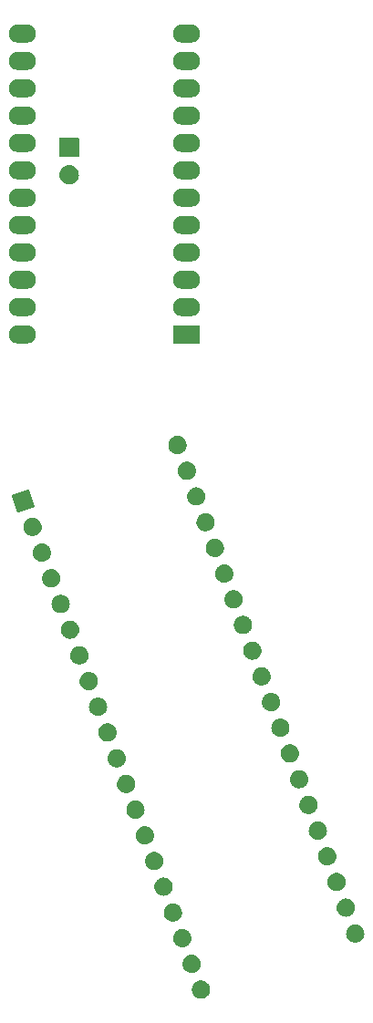
<source format=gbr>
%TF.GenerationSoftware,KiCad,Pcbnew,8.0.3*%
%TF.CreationDate,2024-06-29T10:36:14+02:00*%
%TF.ProjectId,adapter 8913-8910 Angle L,61646170-7465-4722-9038-3931332d3839,1.0a*%
%TF.SameCoordinates,Original*%
%TF.FileFunction,Soldermask,Top*%
%TF.FilePolarity,Negative*%
%FSLAX46Y46*%
G04 Gerber Fmt 4.6, Leading zero omitted, Abs format (unit mm)*
G04 Created by KiCad (PCBNEW 8.0.3) date 2024-06-29 10:36:14*
%MOMM*%
%LPD*%
G01*
G04 APERTURE LIST*
G04 APERTURE END LIST*
G36*
X106876176Y-113515615D02*
G01*
X106923931Y-113515615D01*
X106965171Y-113524380D01*
X107000878Y-113527898D01*
X107045736Y-113541505D01*
X107097950Y-113552604D01*
X107131361Y-113567479D01*
X107160412Y-113576292D01*
X107206579Y-113600968D01*
X107260477Y-113624965D01*
X107285531Y-113643168D01*
X107307430Y-113654873D01*
X107352105Y-113691537D01*
X107404407Y-113729537D01*
X107421388Y-113748396D01*
X107436297Y-113760632D01*
X107476364Y-113809454D01*
X107523450Y-113861748D01*
X107533341Y-113878880D01*
X107542056Y-113889499D01*
X107574283Y-113949793D01*
X107612404Y-114015820D01*
X107616790Y-114029321D01*
X107620637Y-114036517D01*
X107641838Y-114106408D01*
X107667381Y-114185020D01*
X107668280Y-114193576D01*
X107669031Y-114196051D01*
X107676348Y-114270342D01*
X107685977Y-114361953D01*
X107676347Y-114453572D01*
X107669031Y-114527854D01*
X107668280Y-114530328D01*
X107667381Y-114538886D01*
X107641833Y-114617511D01*
X107620637Y-114687388D01*
X107616791Y-114694582D01*
X107612404Y-114708086D01*
X107574276Y-114774125D01*
X107542056Y-114834406D01*
X107533343Y-114845022D01*
X107523450Y-114862158D01*
X107476355Y-114914462D01*
X107436297Y-114963273D01*
X107421391Y-114975505D01*
X107404407Y-114994369D01*
X107352095Y-115032376D01*
X107307430Y-115069032D01*
X107285536Y-115080733D01*
X107260477Y-115098941D01*
X107206568Y-115122942D01*
X107160412Y-115147613D01*
X107131368Y-115156423D01*
X107097950Y-115171302D01*
X107045725Y-115182402D01*
X107000878Y-115196007D01*
X106965180Y-115199523D01*
X106923931Y-115208291D01*
X106876165Y-115208291D01*
X106834977Y-115212348D01*
X106793788Y-115208291D01*
X106746023Y-115208291D01*
X106704774Y-115199523D01*
X106669075Y-115196007D01*
X106624225Y-115182401D01*
X106572004Y-115171302D01*
X106538587Y-115156424D01*
X106509541Y-115147613D01*
X106463379Y-115122939D01*
X106409477Y-115098941D01*
X106384420Y-115080736D01*
X106362523Y-115069032D01*
X106317850Y-115032369D01*
X106265547Y-114994369D01*
X106248565Y-114975508D01*
X106233656Y-114963273D01*
X106193587Y-114914449D01*
X106146504Y-114862158D01*
X106136613Y-114845026D01*
X106127897Y-114834406D01*
X106095664Y-114774101D01*
X106057550Y-114708086D01*
X106053163Y-114694587D01*
X106049316Y-114687388D01*
X106028105Y-114617465D01*
X106002573Y-114538886D01*
X106001674Y-114530333D01*
X106000922Y-114527854D01*
X105993590Y-114453420D01*
X105983977Y-114361953D01*
X105993589Y-114270493D01*
X106000922Y-114196051D01*
X106001674Y-114193571D01*
X106002573Y-114185020D01*
X106028100Y-114106455D01*
X106049316Y-114036517D01*
X106053164Y-114029316D01*
X106057550Y-114015820D01*
X106095657Y-113949816D01*
X106127897Y-113889499D01*
X106136615Y-113878876D01*
X106146504Y-113861748D01*
X106193578Y-113809466D01*
X106233656Y-113760632D01*
X106248568Y-113748393D01*
X106265547Y-113729537D01*
X106317839Y-113691544D01*
X106362523Y-113654873D01*
X106384425Y-113643166D01*
X106409477Y-113624965D01*
X106463368Y-113600971D01*
X106509541Y-113576292D01*
X106538594Y-113567478D01*
X106572004Y-113552604D01*
X106624214Y-113541506D01*
X106669075Y-113527898D01*
X106704783Y-113524380D01*
X106746023Y-113515615D01*
X106793778Y-113515615D01*
X106834977Y-113511557D01*
X106876176Y-113515615D01*
G37*
G36*
X106007445Y-111128795D02*
G01*
X106055200Y-111128795D01*
X106096440Y-111137560D01*
X106132147Y-111141078D01*
X106177005Y-111154685D01*
X106229219Y-111165784D01*
X106262630Y-111180659D01*
X106291681Y-111189472D01*
X106337848Y-111214148D01*
X106391746Y-111238145D01*
X106416800Y-111256348D01*
X106438699Y-111268053D01*
X106483374Y-111304717D01*
X106535676Y-111342717D01*
X106552657Y-111361576D01*
X106567566Y-111373812D01*
X106607633Y-111422634D01*
X106654719Y-111474928D01*
X106664610Y-111492060D01*
X106673325Y-111502679D01*
X106705552Y-111562973D01*
X106743673Y-111629000D01*
X106748059Y-111642501D01*
X106751906Y-111649697D01*
X106773107Y-111719588D01*
X106798650Y-111798200D01*
X106799549Y-111806756D01*
X106800300Y-111809231D01*
X106807617Y-111883522D01*
X106817246Y-111975133D01*
X106807616Y-112066752D01*
X106800300Y-112141034D01*
X106799549Y-112143508D01*
X106798650Y-112152066D01*
X106773102Y-112230691D01*
X106751906Y-112300568D01*
X106748060Y-112307762D01*
X106743673Y-112321266D01*
X106705545Y-112387305D01*
X106673325Y-112447586D01*
X106664612Y-112458202D01*
X106654719Y-112475338D01*
X106607624Y-112527642D01*
X106567566Y-112576453D01*
X106552660Y-112588685D01*
X106535676Y-112607549D01*
X106483364Y-112645556D01*
X106438699Y-112682212D01*
X106416805Y-112693913D01*
X106391746Y-112712121D01*
X106337837Y-112736122D01*
X106291681Y-112760793D01*
X106262637Y-112769603D01*
X106229219Y-112784482D01*
X106176994Y-112795582D01*
X106132147Y-112809187D01*
X106096449Y-112812703D01*
X106055200Y-112821471D01*
X106007434Y-112821471D01*
X105966246Y-112825528D01*
X105925057Y-112821471D01*
X105877292Y-112821471D01*
X105836043Y-112812703D01*
X105800344Y-112809187D01*
X105755494Y-112795581D01*
X105703273Y-112784482D01*
X105669856Y-112769604D01*
X105640810Y-112760793D01*
X105594648Y-112736119D01*
X105540746Y-112712121D01*
X105515689Y-112693916D01*
X105493792Y-112682212D01*
X105449119Y-112645549D01*
X105396816Y-112607549D01*
X105379834Y-112588688D01*
X105364925Y-112576453D01*
X105324856Y-112527629D01*
X105277773Y-112475338D01*
X105267882Y-112458206D01*
X105259166Y-112447586D01*
X105226933Y-112387281D01*
X105188819Y-112321266D01*
X105184432Y-112307767D01*
X105180585Y-112300568D01*
X105159374Y-112230645D01*
X105133842Y-112152066D01*
X105132943Y-112143513D01*
X105132191Y-112141034D01*
X105124859Y-112066600D01*
X105115246Y-111975133D01*
X105124858Y-111883673D01*
X105132191Y-111809231D01*
X105132943Y-111806751D01*
X105133842Y-111798200D01*
X105159369Y-111719635D01*
X105180585Y-111649697D01*
X105184433Y-111642496D01*
X105188819Y-111629000D01*
X105226926Y-111562996D01*
X105259166Y-111502679D01*
X105267884Y-111492056D01*
X105277773Y-111474928D01*
X105324847Y-111422646D01*
X105364925Y-111373812D01*
X105379837Y-111361573D01*
X105396816Y-111342717D01*
X105449108Y-111304724D01*
X105493792Y-111268053D01*
X105515694Y-111256346D01*
X105540746Y-111238145D01*
X105594637Y-111214151D01*
X105640810Y-111189472D01*
X105669863Y-111180658D01*
X105703273Y-111165784D01*
X105755483Y-111154686D01*
X105800344Y-111141078D01*
X105836052Y-111137560D01*
X105877292Y-111128795D01*
X105925047Y-111128795D01*
X105966246Y-111124737D01*
X106007445Y-111128795D01*
G37*
G36*
X105138713Y-108741976D02*
G01*
X105186468Y-108741976D01*
X105227708Y-108750741D01*
X105263415Y-108754259D01*
X105308273Y-108767866D01*
X105360487Y-108778965D01*
X105393898Y-108793840D01*
X105422949Y-108802653D01*
X105469116Y-108827329D01*
X105523014Y-108851326D01*
X105548068Y-108869529D01*
X105569967Y-108881234D01*
X105614642Y-108917898D01*
X105666944Y-108955898D01*
X105683925Y-108974757D01*
X105698834Y-108986993D01*
X105738901Y-109035815D01*
X105785987Y-109088109D01*
X105795878Y-109105241D01*
X105804593Y-109115860D01*
X105836820Y-109176154D01*
X105874941Y-109242181D01*
X105879327Y-109255682D01*
X105883174Y-109262878D01*
X105904375Y-109332769D01*
X105929918Y-109411381D01*
X105930817Y-109419937D01*
X105931568Y-109422412D01*
X105938885Y-109496703D01*
X105948514Y-109588314D01*
X105938884Y-109679933D01*
X105931568Y-109754215D01*
X105930817Y-109756689D01*
X105929918Y-109765247D01*
X105904370Y-109843872D01*
X105883174Y-109913749D01*
X105879328Y-109920943D01*
X105874941Y-109934447D01*
X105836813Y-110000486D01*
X105804593Y-110060767D01*
X105795880Y-110071383D01*
X105785987Y-110088519D01*
X105738892Y-110140823D01*
X105698834Y-110189634D01*
X105683928Y-110201866D01*
X105666944Y-110220730D01*
X105614632Y-110258737D01*
X105569967Y-110295393D01*
X105548073Y-110307094D01*
X105523014Y-110325302D01*
X105469105Y-110349303D01*
X105422949Y-110373974D01*
X105393905Y-110382784D01*
X105360487Y-110397663D01*
X105308262Y-110408763D01*
X105263415Y-110422368D01*
X105227717Y-110425884D01*
X105186468Y-110434652D01*
X105138702Y-110434652D01*
X105097514Y-110438709D01*
X105056325Y-110434652D01*
X105008560Y-110434652D01*
X104967311Y-110425884D01*
X104931612Y-110422368D01*
X104886762Y-110408762D01*
X104834541Y-110397663D01*
X104801124Y-110382785D01*
X104772078Y-110373974D01*
X104725916Y-110349300D01*
X104672014Y-110325302D01*
X104646957Y-110307097D01*
X104625060Y-110295393D01*
X104580387Y-110258730D01*
X104528084Y-110220730D01*
X104511102Y-110201869D01*
X104496193Y-110189634D01*
X104456124Y-110140810D01*
X104409041Y-110088519D01*
X104399150Y-110071387D01*
X104390434Y-110060767D01*
X104358201Y-110000462D01*
X104320087Y-109934447D01*
X104315700Y-109920948D01*
X104311853Y-109913749D01*
X104290642Y-109843826D01*
X104265110Y-109765247D01*
X104264211Y-109756694D01*
X104263459Y-109754215D01*
X104256127Y-109679781D01*
X104246514Y-109588314D01*
X104256126Y-109496854D01*
X104263459Y-109422412D01*
X104264211Y-109419932D01*
X104265110Y-109411381D01*
X104290637Y-109332816D01*
X104311853Y-109262878D01*
X104315701Y-109255677D01*
X104320087Y-109242181D01*
X104358194Y-109176177D01*
X104390434Y-109115860D01*
X104399152Y-109105237D01*
X104409041Y-109088109D01*
X104456115Y-109035827D01*
X104496193Y-108986993D01*
X104511105Y-108974754D01*
X104528084Y-108955898D01*
X104580376Y-108917905D01*
X104625060Y-108881234D01*
X104646962Y-108869527D01*
X104672014Y-108851326D01*
X104725905Y-108827332D01*
X104772078Y-108802653D01*
X104801131Y-108793839D01*
X104834541Y-108778965D01*
X104886751Y-108767867D01*
X104931612Y-108754259D01*
X104967320Y-108750741D01*
X105008560Y-108741976D01*
X105056315Y-108741976D01*
X105097514Y-108737918D01*
X105138713Y-108741976D01*
G37*
G36*
X121197092Y-108303228D02*
G01*
X121244847Y-108303228D01*
X121286087Y-108311993D01*
X121321794Y-108315511D01*
X121366652Y-108329118D01*
X121418866Y-108340217D01*
X121452277Y-108355092D01*
X121481328Y-108363905D01*
X121527495Y-108388581D01*
X121581393Y-108412578D01*
X121606447Y-108430781D01*
X121628346Y-108442486D01*
X121673021Y-108479150D01*
X121725323Y-108517150D01*
X121742304Y-108536009D01*
X121757213Y-108548245D01*
X121797280Y-108597067D01*
X121844366Y-108649361D01*
X121854257Y-108666493D01*
X121862972Y-108677112D01*
X121895199Y-108737406D01*
X121933320Y-108803433D01*
X121937706Y-108816934D01*
X121941553Y-108824130D01*
X121962754Y-108894021D01*
X121988297Y-108972633D01*
X121989196Y-108981189D01*
X121989947Y-108983664D01*
X121997264Y-109057955D01*
X122006893Y-109149566D01*
X121997263Y-109241185D01*
X121989947Y-109315467D01*
X121989196Y-109317941D01*
X121988297Y-109326499D01*
X121962749Y-109405124D01*
X121941553Y-109475001D01*
X121937707Y-109482195D01*
X121933320Y-109495699D01*
X121895192Y-109561738D01*
X121862972Y-109622019D01*
X121854259Y-109632635D01*
X121844366Y-109649771D01*
X121797271Y-109702075D01*
X121757213Y-109750886D01*
X121742307Y-109763118D01*
X121725323Y-109781982D01*
X121673011Y-109819989D01*
X121628346Y-109856645D01*
X121606452Y-109868346D01*
X121581393Y-109886554D01*
X121527484Y-109910555D01*
X121481328Y-109935226D01*
X121452284Y-109944036D01*
X121418866Y-109958915D01*
X121366641Y-109970015D01*
X121321794Y-109983620D01*
X121286096Y-109987136D01*
X121244847Y-109995904D01*
X121197081Y-109995904D01*
X121155893Y-109999961D01*
X121114704Y-109995904D01*
X121066939Y-109995904D01*
X121025690Y-109987136D01*
X120989991Y-109983620D01*
X120945141Y-109970014D01*
X120892920Y-109958915D01*
X120859503Y-109944037D01*
X120830457Y-109935226D01*
X120784295Y-109910552D01*
X120730393Y-109886554D01*
X120705336Y-109868349D01*
X120683439Y-109856645D01*
X120638766Y-109819982D01*
X120586463Y-109781982D01*
X120569481Y-109763121D01*
X120554572Y-109750886D01*
X120514503Y-109702062D01*
X120467420Y-109649771D01*
X120457529Y-109632639D01*
X120448813Y-109622019D01*
X120416580Y-109561714D01*
X120378466Y-109495699D01*
X120374079Y-109482200D01*
X120370232Y-109475001D01*
X120349021Y-109405078D01*
X120323489Y-109326499D01*
X120322590Y-109317946D01*
X120321838Y-109315467D01*
X120314506Y-109241033D01*
X120304893Y-109149566D01*
X120314505Y-109058106D01*
X120321838Y-108983664D01*
X120322590Y-108981184D01*
X120323489Y-108972633D01*
X120349016Y-108894068D01*
X120370232Y-108824130D01*
X120374080Y-108816929D01*
X120378466Y-108803433D01*
X120416573Y-108737429D01*
X120448813Y-108677112D01*
X120457531Y-108666489D01*
X120467420Y-108649361D01*
X120514494Y-108597079D01*
X120554572Y-108548245D01*
X120569484Y-108536006D01*
X120586463Y-108517150D01*
X120638755Y-108479157D01*
X120683439Y-108442486D01*
X120705341Y-108430779D01*
X120730393Y-108412578D01*
X120784284Y-108388584D01*
X120830457Y-108363905D01*
X120859510Y-108355091D01*
X120892920Y-108340217D01*
X120945130Y-108329119D01*
X120989991Y-108315511D01*
X121025699Y-108311993D01*
X121066939Y-108303228D01*
X121114694Y-108303228D01*
X121155893Y-108299170D01*
X121197092Y-108303228D01*
G37*
G36*
X104269983Y-106355157D02*
G01*
X104317738Y-106355157D01*
X104358978Y-106363922D01*
X104394685Y-106367440D01*
X104439543Y-106381047D01*
X104491757Y-106392146D01*
X104525168Y-106407021D01*
X104554219Y-106415834D01*
X104600386Y-106440510D01*
X104654284Y-106464507D01*
X104679338Y-106482710D01*
X104701237Y-106494415D01*
X104745912Y-106531079D01*
X104798214Y-106569079D01*
X104815195Y-106587938D01*
X104830104Y-106600174D01*
X104870171Y-106648996D01*
X104917257Y-106701290D01*
X104927148Y-106718422D01*
X104935863Y-106729041D01*
X104968090Y-106789335D01*
X105006211Y-106855362D01*
X105010597Y-106868863D01*
X105014444Y-106876059D01*
X105035645Y-106945950D01*
X105061188Y-107024562D01*
X105062087Y-107033118D01*
X105062838Y-107035593D01*
X105070155Y-107109884D01*
X105079784Y-107201495D01*
X105070154Y-107293114D01*
X105062838Y-107367396D01*
X105062087Y-107369870D01*
X105061188Y-107378428D01*
X105035640Y-107457053D01*
X105014444Y-107526930D01*
X105010598Y-107534124D01*
X105006211Y-107547628D01*
X104968083Y-107613667D01*
X104935863Y-107673948D01*
X104927150Y-107684564D01*
X104917257Y-107701700D01*
X104870162Y-107754004D01*
X104830104Y-107802815D01*
X104815198Y-107815047D01*
X104798214Y-107833911D01*
X104745902Y-107871918D01*
X104701237Y-107908574D01*
X104679343Y-107920275D01*
X104654284Y-107938483D01*
X104600375Y-107962484D01*
X104554219Y-107987155D01*
X104525175Y-107995965D01*
X104491757Y-108010844D01*
X104439532Y-108021944D01*
X104394685Y-108035549D01*
X104358987Y-108039065D01*
X104317738Y-108047833D01*
X104269972Y-108047833D01*
X104228784Y-108051890D01*
X104187595Y-108047833D01*
X104139830Y-108047833D01*
X104098581Y-108039065D01*
X104062882Y-108035549D01*
X104018032Y-108021943D01*
X103965811Y-108010844D01*
X103932394Y-107995966D01*
X103903348Y-107987155D01*
X103857186Y-107962481D01*
X103803284Y-107938483D01*
X103778227Y-107920278D01*
X103756330Y-107908574D01*
X103711657Y-107871911D01*
X103659354Y-107833911D01*
X103642372Y-107815050D01*
X103627463Y-107802815D01*
X103587394Y-107753991D01*
X103540311Y-107701700D01*
X103530420Y-107684568D01*
X103521704Y-107673948D01*
X103489471Y-107613643D01*
X103451357Y-107547628D01*
X103446970Y-107534129D01*
X103443123Y-107526930D01*
X103421912Y-107457007D01*
X103396380Y-107378428D01*
X103395481Y-107369875D01*
X103394729Y-107367396D01*
X103387397Y-107292962D01*
X103377784Y-107201495D01*
X103387396Y-107110035D01*
X103394729Y-107035593D01*
X103395481Y-107033113D01*
X103396380Y-107024562D01*
X103421907Y-106945997D01*
X103443123Y-106876059D01*
X103446971Y-106868858D01*
X103451357Y-106855362D01*
X103489464Y-106789358D01*
X103521704Y-106729041D01*
X103530422Y-106718418D01*
X103540311Y-106701290D01*
X103587385Y-106649008D01*
X103627463Y-106600174D01*
X103642375Y-106587935D01*
X103659354Y-106569079D01*
X103711646Y-106531086D01*
X103756330Y-106494415D01*
X103778232Y-106482708D01*
X103803284Y-106464507D01*
X103857175Y-106440513D01*
X103903348Y-106415834D01*
X103932401Y-106407020D01*
X103965811Y-106392146D01*
X104018021Y-106381048D01*
X104062882Y-106367440D01*
X104098590Y-106363922D01*
X104139830Y-106355157D01*
X104187585Y-106355157D01*
X104228784Y-106351099D01*
X104269983Y-106355157D01*
G37*
G36*
X120328360Y-105916408D02*
G01*
X120376115Y-105916408D01*
X120417355Y-105925173D01*
X120453062Y-105928691D01*
X120497920Y-105942298D01*
X120550134Y-105953397D01*
X120583545Y-105968272D01*
X120612596Y-105977085D01*
X120658763Y-106001761D01*
X120712661Y-106025758D01*
X120737715Y-106043961D01*
X120759614Y-106055666D01*
X120804289Y-106092330D01*
X120856591Y-106130330D01*
X120873572Y-106149189D01*
X120888481Y-106161425D01*
X120928548Y-106210247D01*
X120975634Y-106262541D01*
X120985525Y-106279673D01*
X120994240Y-106290292D01*
X121026467Y-106350586D01*
X121064588Y-106416613D01*
X121068974Y-106430114D01*
X121072821Y-106437310D01*
X121094022Y-106507201D01*
X121119565Y-106585813D01*
X121120464Y-106594369D01*
X121121215Y-106596844D01*
X121128532Y-106671135D01*
X121138161Y-106762746D01*
X121128531Y-106854365D01*
X121121215Y-106928647D01*
X121120464Y-106931121D01*
X121119565Y-106939679D01*
X121094017Y-107018304D01*
X121072821Y-107088181D01*
X121068975Y-107095375D01*
X121064588Y-107108879D01*
X121026460Y-107174918D01*
X120994240Y-107235199D01*
X120985527Y-107245815D01*
X120975634Y-107262951D01*
X120928539Y-107315255D01*
X120888481Y-107364066D01*
X120873575Y-107376298D01*
X120856591Y-107395162D01*
X120804279Y-107433169D01*
X120759614Y-107469825D01*
X120737720Y-107481526D01*
X120712661Y-107499734D01*
X120658752Y-107523735D01*
X120612596Y-107548406D01*
X120583552Y-107557216D01*
X120550134Y-107572095D01*
X120497909Y-107583195D01*
X120453062Y-107596800D01*
X120417364Y-107600316D01*
X120376115Y-107609084D01*
X120328349Y-107609084D01*
X120287161Y-107613141D01*
X120245972Y-107609084D01*
X120198207Y-107609084D01*
X120156958Y-107600316D01*
X120121259Y-107596800D01*
X120076409Y-107583194D01*
X120024188Y-107572095D01*
X119990771Y-107557217D01*
X119961725Y-107548406D01*
X119915563Y-107523732D01*
X119861661Y-107499734D01*
X119836604Y-107481529D01*
X119814707Y-107469825D01*
X119770034Y-107433162D01*
X119717731Y-107395162D01*
X119700749Y-107376301D01*
X119685840Y-107364066D01*
X119645771Y-107315242D01*
X119598688Y-107262951D01*
X119588797Y-107245819D01*
X119580081Y-107235199D01*
X119547848Y-107174894D01*
X119509734Y-107108879D01*
X119505347Y-107095380D01*
X119501500Y-107088181D01*
X119480289Y-107018258D01*
X119454757Y-106939679D01*
X119453858Y-106931126D01*
X119453106Y-106928647D01*
X119445774Y-106854213D01*
X119436161Y-106762746D01*
X119445773Y-106671286D01*
X119453106Y-106596844D01*
X119453858Y-106594364D01*
X119454757Y-106585813D01*
X119480284Y-106507248D01*
X119501500Y-106437310D01*
X119505348Y-106430109D01*
X119509734Y-106416613D01*
X119547841Y-106350609D01*
X119580081Y-106290292D01*
X119588799Y-106279669D01*
X119598688Y-106262541D01*
X119645762Y-106210259D01*
X119685840Y-106161425D01*
X119700752Y-106149186D01*
X119717731Y-106130330D01*
X119770023Y-106092337D01*
X119814707Y-106055666D01*
X119836609Y-106043959D01*
X119861661Y-106025758D01*
X119915552Y-106001764D01*
X119961725Y-105977085D01*
X119990778Y-105968271D01*
X120024188Y-105953397D01*
X120076398Y-105942299D01*
X120121259Y-105928691D01*
X120156967Y-105925173D01*
X120198207Y-105916408D01*
X120245962Y-105916408D01*
X120287161Y-105912350D01*
X120328360Y-105916408D01*
G37*
G36*
X103401251Y-103968338D02*
G01*
X103449006Y-103968338D01*
X103490246Y-103977103D01*
X103525953Y-103980621D01*
X103570811Y-103994228D01*
X103623025Y-104005327D01*
X103656436Y-104020202D01*
X103685487Y-104029015D01*
X103731654Y-104053691D01*
X103785552Y-104077688D01*
X103810606Y-104095891D01*
X103832505Y-104107596D01*
X103877180Y-104144260D01*
X103929482Y-104182260D01*
X103946463Y-104201119D01*
X103961372Y-104213355D01*
X104001439Y-104262177D01*
X104048525Y-104314471D01*
X104058416Y-104331603D01*
X104067131Y-104342222D01*
X104099358Y-104402516D01*
X104137479Y-104468543D01*
X104141865Y-104482044D01*
X104145712Y-104489240D01*
X104166913Y-104559131D01*
X104192456Y-104637743D01*
X104193355Y-104646299D01*
X104194106Y-104648774D01*
X104201423Y-104723065D01*
X104211052Y-104814676D01*
X104201422Y-104906295D01*
X104194106Y-104980577D01*
X104193355Y-104983051D01*
X104192456Y-104991609D01*
X104166908Y-105070234D01*
X104145712Y-105140111D01*
X104141866Y-105147305D01*
X104137479Y-105160809D01*
X104099351Y-105226848D01*
X104067131Y-105287129D01*
X104058418Y-105297745D01*
X104048525Y-105314881D01*
X104001430Y-105367185D01*
X103961372Y-105415996D01*
X103946466Y-105428228D01*
X103929482Y-105447092D01*
X103877170Y-105485099D01*
X103832505Y-105521755D01*
X103810611Y-105533456D01*
X103785552Y-105551664D01*
X103731643Y-105575665D01*
X103685487Y-105600336D01*
X103656443Y-105609146D01*
X103623025Y-105624025D01*
X103570800Y-105635125D01*
X103525953Y-105648730D01*
X103490255Y-105652246D01*
X103449006Y-105661014D01*
X103401240Y-105661014D01*
X103360052Y-105665071D01*
X103318863Y-105661014D01*
X103271098Y-105661014D01*
X103229849Y-105652246D01*
X103194150Y-105648730D01*
X103149300Y-105635124D01*
X103097079Y-105624025D01*
X103063662Y-105609147D01*
X103034616Y-105600336D01*
X102988454Y-105575662D01*
X102934552Y-105551664D01*
X102909495Y-105533459D01*
X102887598Y-105521755D01*
X102842925Y-105485092D01*
X102790622Y-105447092D01*
X102773640Y-105428231D01*
X102758731Y-105415996D01*
X102718662Y-105367172D01*
X102671579Y-105314881D01*
X102661688Y-105297749D01*
X102652972Y-105287129D01*
X102620739Y-105226824D01*
X102582625Y-105160809D01*
X102578238Y-105147310D01*
X102574391Y-105140111D01*
X102553180Y-105070188D01*
X102527648Y-104991609D01*
X102526749Y-104983056D01*
X102525997Y-104980577D01*
X102518665Y-104906143D01*
X102509052Y-104814676D01*
X102518664Y-104723216D01*
X102525997Y-104648774D01*
X102526749Y-104646294D01*
X102527648Y-104637743D01*
X102553175Y-104559178D01*
X102574391Y-104489240D01*
X102578239Y-104482039D01*
X102582625Y-104468543D01*
X102620732Y-104402539D01*
X102652972Y-104342222D01*
X102661690Y-104331599D01*
X102671579Y-104314471D01*
X102718653Y-104262189D01*
X102758731Y-104213355D01*
X102773643Y-104201116D01*
X102790622Y-104182260D01*
X102842914Y-104144267D01*
X102887598Y-104107596D01*
X102909500Y-104095889D01*
X102934552Y-104077688D01*
X102988443Y-104053694D01*
X103034616Y-104029015D01*
X103063669Y-104020201D01*
X103097079Y-104005327D01*
X103149289Y-103994229D01*
X103194150Y-103980621D01*
X103229858Y-103977103D01*
X103271098Y-103968338D01*
X103318853Y-103968338D01*
X103360052Y-103964280D01*
X103401251Y-103968338D01*
G37*
G36*
X119459629Y-103529589D02*
G01*
X119507384Y-103529589D01*
X119548624Y-103538354D01*
X119584331Y-103541872D01*
X119629189Y-103555479D01*
X119681403Y-103566578D01*
X119714814Y-103581453D01*
X119743865Y-103590266D01*
X119790032Y-103614942D01*
X119843930Y-103638939D01*
X119868984Y-103657142D01*
X119890883Y-103668847D01*
X119935558Y-103705511D01*
X119987860Y-103743511D01*
X120004841Y-103762370D01*
X120019750Y-103774606D01*
X120059817Y-103823428D01*
X120106903Y-103875722D01*
X120116794Y-103892854D01*
X120125509Y-103903473D01*
X120157736Y-103963767D01*
X120195857Y-104029794D01*
X120200243Y-104043295D01*
X120204090Y-104050491D01*
X120225291Y-104120382D01*
X120250834Y-104198994D01*
X120251733Y-104207550D01*
X120252484Y-104210025D01*
X120259801Y-104284316D01*
X120269430Y-104375927D01*
X120259800Y-104467546D01*
X120252484Y-104541828D01*
X120251733Y-104544302D01*
X120250834Y-104552860D01*
X120225286Y-104631485D01*
X120204090Y-104701362D01*
X120200244Y-104708556D01*
X120195857Y-104722060D01*
X120157729Y-104788099D01*
X120125509Y-104848380D01*
X120116796Y-104858996D01*
X120106903Y-104876132D01*
X120059808Y-104928436D01*
X120019750Y-104977247D01*
X120004844Y-104989479D01*
X119987860Y-105008343D01*
X119935548Y-105046350D01*
X119890883Y-105083006D01*
X119868989Y-105094707D01*
X119843930Y-105112915D01*
X119790021Y-105136916D01*
X119743865Y-105161587D01*
X119714821Y-105170397D01*
X119681403Y-105185276D01*
X119629178Y-105196376D01*
X119584331Y-105209981D01*
X119548633Y-105213497D01*
X119507384Y-105222265D01*
X119459618Y-105222265D01*
X119418430Y-105226322D01*
X119377241Y-105222265D01*
X119329476Y-105222265D01*
X119288227Y-105213497D01*
X119252528Y-105209981D01*
X119207678Y-105196375D01*
X119155457Y-105185276D01*
X119122040Y-105170398D01*
X119092994Y-105161587D01*
X119046832Y-105136913D01*
X118992930Y-105112915D01*
X118967873Y-105094710D01*
X118945976Y-105083006D01*
X118901303Y-105046343D01*
X118849000Y-105008343D01*
X118832018Y-104989482D01*
X118817109Y-104977247D01*
X118777040Y-104928423D01*
X118729957Y-104876132D01*
X118720066Y-104859000D01*
X118711350Y-104848380D01*
X118679117Y-104788075D01*
X118641003Y-104722060D01*
X118636616Y-104708561D01*
X118632769Y-104701362D01*
X118611558Y-104631439D01*
X118586026Y-104552860D01*
X118585127Y-104544307D01*
X118584375Y-104541828D01*
X118577043Y-104467394D01*
X118567430Y-104375927D01*
X118577042Y-104284467D01*
X118584375Y-104210025D01*
X118585127Y-104207545D01*
X118586026Y-104198994D01*
X118611553Y-104120429D01*
X118632769Y-104050491D01*
X118636617Y-104043290D01*
X118641003Y-104029794D01*
X118679110Y-103963790D01*
X118711350Y-103903473D01*
X118720068Y-103892850D01*
X118729957Y-103875722D01*
X118777031Y-103823440D01*
X118817109Y-103774606D01*
X118832021Y-103762367D01*
X118849000Y-103743511D01*
X118901292Y-103705518D01*
X118945976Y-103668847D01*
X118967878Y-103657140D01*
X118992930Y-103638939D01*
X119046821Y-103614945D01*
X119092994Y-103590266D01*
X119122047Y-103581452D01*
X119155457Y-103566578D01*
X119207667Y-103555480D01*
X119252528Y-103541872D01*
X119288236Y-103538354D01*
X119329476Y-103529589D01*
X119377231Y-103529589D01*
X119418430Y-103525531D01*
X119459629Y-103529589D01*
G37*
G36*
X102532520Y-101581518D02*
G01*
X102580275Y-101581518D01*
X102621515Y-101590283D01*
X102657222Y-101593801D01*
X102702080Y-101607408D01*
X102754294Y-101618507D01*
X102787705Y-101633382D01*
X102816756Y-101642195D01*
X102862923Y-101666871D01*
X102916821Y-101690868D01*
X102941875Y-101709071D01*
X102963774Y-101720776D01*
X103008449Y-101757440D01*
X103060751Y-101795440D01*
X103077732Y-101814299D01*
X103092641Y-101826535D01*
X103132708Y-101875357D01*
X103179794Y-101927651D01*
X103189685Y-101944783D01*
X103198400Y-101955402D01*
X103230627Y-102015696D01*
X103268748Y-102081723D01*
X103273134Y-102095224D01*
X103276981Y-102102420D01*
X103298182Y-102172311D01*
X103323725Y-102250923D01*
X103324624Y-102259479D01*
X103325375Y-102261954D01*
X103332692Y-102336245D01*
X103342321Y-102427856D01*
X103332691Y-102519475D01*
X103325375Y-102593757D01*
X103324624Y-102596231D01*
X103323725Y-102604789D01*
X103298177Y-102683414D01*
X103276981Y-102753291D01*
X103273135Y-102760485D01*
X103268748Y-102773989D01*
X103230620Y-102840028D01*
X103198400Y-102900309D01*
X103189687Y-102910925D01*
X103179794Y-102928061D01*
X103132699Y-102980365D01*
X103092641Y-103029176D01*
X103077735Y-103041408D01*
X103060751Y-103060272D01*
X103008439Y-103098279D01*
X102963774Y-103134935D01*
X102941880Y-103146636D01*
X102916821Y-103164844D01*
X102862912Y-103188845D01*
X102816756Y-103213516D01*
X102787712Y-103222326D01*
X102754294Y-103237205D01*
X102702069Y-103248305D01*
X102657222Y-103261910D01*
X102621524Y-103265426D01*
X102580275Y-103274194D01*
X102532509Y-103274194D01*
X102491321Y-103278251D01*
X102450132Y-103274194D01*
X102402367Y-103274194D01*
X102361118Y-103265426D01*
X102325419Y-103261910D01*
X102280569Y-103248304D01*
X102228348Y-103237205D01*
X102194931Y-103222327D01*
X102165885Y-103213516D01*
X102119723Y-103188842D01*
X102065821Y-103164844D01*
X102040764Y-103146639D01*
X102018867Y-103134935D01*
X101974194Y-103098272D01*
X101921891Y-103060272D01*
X101904909Y-103041411D01*
X101890000Y-103029176D01*
X101849931Y-102980352D01*
X101802848Y-102928061D01*
X101792957Y-102910929D01*
X101784241Y-102900309D01*
X101752008Y-102840004D01*
X101713894Y-102773989D01*
X101709507Y-102760490D01*
X101705660Y-102753291D01*
X101684449Y-102683368D01*
X101658917Y-102604789D01*
X101658018Y-102596236D01*
X101657266Y-102593757D01*
X101649934Y-102519323D01*
X101640321Y-102427856D01*
X101649933Y-102336396D01*
X101657266Y-102261954D01*
X101658018Y-102259474D01*
X101658917Y-102250923D01*
X101684444Y-102172358D01*
X101705660Y-102102420D01*
X101709508Y-102095219D01*
X101713894Y-102081723D01*
X101752001Y-102015719D01*
X101784241Y-101955402D01*
X101792959Y-101944779D01*
X101802848Y-101927651D01*
X101849922Y-101875369D01*
X101890000Y-101826535D01*
X101904912Y-101814296D01*
X101921891Y-101795440D01*
X101974183Y-101757447D01*
X102018867Y-101720776D01*
X102040769Y-101709069D01*
X102065821Y-101690868D01*
X102119712Y-101666874D01*
X102165885Y-101642195D01*
X102194938Y-101633381D01*
X102228348Y-101618507D01*
X102280558Y-101607409D01*
X102325419Y-101593801D01*
X102361127Y-101590283D01*
X102402367Y-101581518D01*
X102450122Y-101581518D01*
X102491321Y-101577460D01*
X102532520Y-101581518D01*
G37*
G36*
X118590899Y-101142770D02*
G01*
X118638654Y-101142770D01*
X118679894Y-101151535D01*
X118715601Y-101155053D01*
X118760459Y-101168660D01*
X118812673Y-101179759D01*
X118846084Y-101194634D01*
X118875135Y-101203447D01*
X118921302Y-101228123D01*
X118975200Y-101252120D01*
X119000254Y-101270323D01*
X119022153Y-101282028D01*
X119066828Y-101318692D01*
X119119130Y-101356692D01*
X119136111Y-101375551D01*
X119151020Y-101387787D01*
X119191087Y-101436609D01*
X119238173Y-101488903D01*
X119248064Y-101506035D01*
X119256779Y-101516654D01*
X119289006Y-101576948D01*
X119327127Y-101642975D01*
X119331513Y-101656476D01*
X119335360Y-101663672D01*
X119356561Y-101733563D01*
X119382104Y-101812175D01*
X119383003Y-101820731D01*
X119383754Y-101823206D01*
X119391071Y-101897497D01*
X119400700Y-101989108D01*
X119391070Y-102080727D01*
X119383754Y-102155009D01*
X119383003Y-102157483D01*
X119382104Y-102166041D01*
X119356556Y-102244666D01*
X119335360Y-102314543D01*
X119331514Y-102321737D01*
X119327127Y-102335241D01*
X119288999Y-102401280D01*
X119256779Y-102461561D01*
X119248066Y-102472177D01*
X119238173Y-102489313D01*
X119191078Y-102541617D01*
X119151020Y-102590428D01*
X119136114Y-102602660D01*
X119119130Y-102621524D01*
X119066818Y-102659531D01*
X119022153Y-102696187D01*
X119000259Y-102707888D01*
X118975200Y-102726096D01*
X118921291Y-102750097D01*
X118875135Y-102774768D01*
X118846091Y-102783578D01*
X118812673Y-102798457D01*
X118760448Y-102809557D01*
X118715601Y-102823162D01*
X118679903Y-102826678D01*
X118638654Y-102835446D01*
X118590888Y-102835446D01*
X118549700Y-102839503D01*
X118508511Y-102835446D01*
X118460746Y-102835446D01*
X118419497Y-102826678D01*
X118383798Y-102823162D01*
X118338948Y-102809556D01*
X118286727Y-102798457D01*
X118253310Y-102783579D01*
X118224264Y-102774768D01*
X118178102Y-102750094D01*
X118124200Y-102726096D01*
X118099143Y-102707891D01*
X118077246Y-102696187D01*
X118032573Y-102659524D01*
X117980270Y-102621524D01*
X117963288Y-102602663D01*
X117948379Y-102590428D01*
X117908310Y-102541604D01*
X117861227Y-102489313D01*
X117851336Y-102472181D01*
X117842620Y-102461561D01*
X117810387Y-102401256D01*
X117772273Y-102335241D01*
X117767886Y-102321742D01*
X117764039Y-102314543D01*
X117742828Y-102244620D01*
X117717296Y-102166041D01*
X117716397Y-102157488D01*
X117715645Y-102155009D01*
X117708313Y-102080575D01*
X117698700Y-101989108D01*
X117708312Y-101897648D01*
X117715645Y-101823206D01*
X117716397Y-101820726D01*
X117717296Y-101812175D01*
X117742823Y-101733610D01*
X117764039Y-101663672D01*
X117767887Y-101656471D01*
X117772273Y-101642975D01*
X117810380Y-101576971D01*
X117842620Y-101516654D01*
X117851338Y-101506031D01*
X117861227Y-101488903D01*
X117908301Y-101436621D01*
X117948379Y-101387787D01*
X117963291Y-101375548D01*
X117980270Y-101356692D01*
X118032562Y-101318699D01*
X118077246Y-101282028D01*
X118099148Y-101270321D01*
X118124200Y-101252120D01*
X118178091Y-101228126D01*
X118224264Y-101203447D01*
X118253317Y-101194633D01*
X118286727Y-101179759D01*
X118338937Y-101168661D01*
X118383798Y-101155053D01*
X118419506Y-101151535D01*
X118460746Y-101142770D01*
X118508501Y-101142770D01*
X118549700Y-101138712D01*
X118590899Y-101142770D01*
G37*
G36*
X101663789Y-99194700D02*
G01*
X101711544Y-99194700D01*
X101752784Y-99203465D01*
X101788491Y-99206983D01*
X101833349Y-99220590D01*
X101885563Y-99231689D01*
X101918974Y-99246564D01*
X101948025Y-99255377D01*
X101994192Y-99280053D01*
X102048090Y-99304050D01*
X102073144Y-99322253D01*
X102095043Y-99333958D01*
X102139718Y-99370622D01*
X102192020Y-99408622D01*
X102209001Y-99427481D01*
X102223910Y-99439717D01*
X102263977Y-99488539D01*
X102311063Y-99540833D01*
X102320954Y-99557965D01*
X102329669Y-99568584D01*
X102361896Y-99628878D01*
X102400017Y-99694905D01*
X102404403Y-99708406D01*
X102408250Y-99715602D01*
X102429451Y-99785493D01*
X102454994Y-99864105D01*
X102455893Y-99872661D01*
X102456644Y-99875136D01*
X102463961Y-99949427D01*
X102473590Y-100041038D01*
X102463960Y-100132657D01*
X102456644Y-100206939D01*
X102455893Y-100209413D01*
X102454994Y-100217971D01*
X102429446Y-100296596D01*
X102408250Y-100366473D01*
X102404404Y-100373667D01*
X102400017Y-100387171D01*
X102361889Y-100453210D01*
X102329669Y-100513491D01*
X102320956Y-100524107D01*
X102311063Y-100541243D01*
X102263968Y-100593547D01*
X102223910Y-100642358D01*
X102209004Y-100654590D01*
X102192020Y-100673454D01*
X102139708Y-100711461D01*
X102095043Y-100748117D01*
X102073149Y-100759818D01*
X102048090Y-100778026D01*
X101994181Y-100802027D01*
X101948025Y-100826698D01*
X101918981Y-100835508D01*
X101885563Y-100850387D01*
X101833338Y-100861487D01*
X101788491Y-100875092D01*
X101752793Y-100878608D01*
X101711544Y-100887376D01*
X101663778Y-100887376D01*
X101622590Y-100891433D01*
X101581401Y-100887376D01*
X101533636Y-100887376D01*
X101492387Y-100878608D01*
X101456688Y-100875092D01*
X101411838Y-100861486D01*
X101359617Y-100850387D01*
X101326200Y-100835509D01*
X101297154Y-100826698D01*
X101250992Y-100802024D01*
X101197090Y-100778026D01*
X101172033Y-100759821D01*
X101150136Y-100748117D01*
X101105463Y-100711454D01*
X101053160Y-100673454D01*
X101036178Y-100654593D01*
X101021269Y-100642358D01*
X100981200Y-100593534D01*
X100934117Y-100541243D01*
X100924226Y-100524111D01*
X100915510Y-100513491D01*
X100883277Y-100453186D01*
X100845163Y-100387171D01*
X100840776Y-100373672D01*
X100836929Y-100366473D01*
X100815718Y-100296550D01*
X100790186Y-100217971D01*
X100789287Y-100209418D01*
X100788535Y-100206939D01*
X100781203Y-100132505D01*
X100771590Y-100041038D01*
X100781202Y-99949578D01*
X100788535Y-99875136D01*
X100789287Y-99872656D01*
X100790186Y-99864105D01*
X100815713Y-99785540D01*
X100836929Y-99715602D01*
X100840777Y-99708401D01*
X100845163Y-99694905D01*
X100883270Y-99628901D01*
X100915510Y-99568584D01*
X100924228Y-99557961D01*
X100934117Y-99540833D01*
X100981191Y-99488551D01*
X101021269Y-99439717D01*
X101036181Y-99427478D01*
X101053160Y-99408622D01*
X101105452Y-99370629D01*
X101150136Y-99333958D01*
X101172038Y-99322251D01*
X101197090Y-99304050D01*
X101250981Y-99280056D01*
X101297154Y-99255377D01*
X101326207Y-99246563D01*
X101359617Y-99231689D01*
X101411827Y-99220591D01*
X101456688Y-99206983D01*
X101492396Y-99203465D01*
X101533636Y-99194700D01*
X101581391Y-99194700D01*
X101622590Y-99190642D01*
X101663789Y-99194700D01*
G37*
G36*
X117722167Y-98755951D02*
G01*
X117769922Y-98755951D01*
X117811162Y-98764716D01*
X117846869Y-98768234D01*
X117891727Y-98781841D01*
X117943941Y-98792940D01*
X117977352Y-98807815D01*
X118006403Y-98816628D01*
X118052570Y-98841304D01*
X118106468Y-98865301D01*
X118131522Y-98883504D01*
X118153421Y-98895209D01*
X118198096Y-98931873D01*
X118250398Y-98969873D01*
X118267379Y-98988732D01*
X118282288Y-99000968D01*
X118322355Y-99049790D01*
X118369441Y-99102084D01*
X118379332Y-99119216D01*
X118388047Y-99129835D01*
X118420274Y-99190129D01*
X118458395Y-99256156D01*
X118462781Y-99269657D01*
X118466628Y-99276853D01*
X118487829Y-99346744D01*
X118513372Y-99425356D01*
X118514271Y-99433912D01*
X118515022Y-99436387D01*
X118522339Y-99510678D01*
X118531968Y-99602289D01*
X118522338Y-99693908D01*
X118515022Y-99768190D01*
X118514271Y-99770664D01*
X118513372Y-99779222D01*
X118487824Y-99857847D01*
X118466628Y-99927724D01*
X118462782Y-99934918D01*
X118458395Y-99948422D01*
X118420267Y-100014461D01*
X118388047Y-100074742D01*
X118379334Y-100085358D01*
X118369441Y-100102494D01*
X118322346Y-100154798D01*
X118282288Y-100203609D01*
X118267382Y-100215841D01*
X118250398Y-100234705D01*
X118198086Y-100272712D01*
X118153421Y-100309368D01*
X118131527Y-100321069D01*
X118106468Y-100339277D01*
X118052559Y-100363278D01*
X118006403Y-100387949D01*
X117977359Y-100396759D01*
X117943941Y-100411638D01*
X117891716Y-100422738D01*
X117846869Y-100436343D01*
X117811171Y-100439859D01*
X117769922Y-100448627D01*
X117722156Y-100448627D01*
X117680968Y-100452684D01*
X117639779Y-100448627D01*
X117592014Y-100448627D01*
X117550765Y-100439859D01*
X117515066Y-100436343D01*
X117470216Y-100422737D01*
X117417995Y-100411638D01*
X117384578Y-100396760D01*
X117355532Y-100387949D01*
X117309370Y-100363275D01*
X117255468Y-100339277D01*
X117230411Y-100321072D01*
X117208514Y-100309368D01*
X117163841Y-100272705D01*
X117111538Y-100234705D01*
X117094556Y-100215844D01*
X117079647Y-100203609D01*
X117039578Y-100154785D01*
X116992495Y-100102494D01*
X116982604Y-100085362D01*
X116973888Y-100074742D01*
X116941655Y-100014437D01*
X116903541Y-99948422D01*
X116899154Y-99934923D01*
X116895307Y-99927724D01*
X116874096Y-99857801D01*
X116848564Y-99779222D01*
X116847665Y-99770669D01*
X116846913Y-99768190D01*
X116839581Y-99693756D01*
X116829968Y-99602289D01*
X116839580Y-99510829D01*
X116846913Y-99436387D01*
X116847665Y-99433907D01*
X116848564Y-99425356D01*
X116874091Y-99346791D01*
X116895307Y-99276853D01*
X116899155Y-99269652D01*
X116903541Y-99256156D01*
X116941648Y-99190152D01*
X116973888Y-99129835D01*
X116982606Y-99119212D01*
X116992495Y-99102084D01*
X117039569Y-99049802D01*
X117079647Y-99000968D01*
X117094559Y-98988729D01*
X117111538Y-98969873D01*
X117163830Y-98931880D01*
X117208514Y-98895209D01*
X117230416Y-98883502D01*
X117255468Y-98865301D01*
X117309359Y-98841307D01*
X117355532Y-98816628D01*
X117384585Y-98807814D01*
X117417995Y-98792940D01*
X117470205Y-98781842D01*
X117515066Y-98768234D01*
X117550774Y-98764716D01*
X117592014Y-98755951D01*
X117639769Y-98755951D01*
X117680968Y-98751893D01*
X117722167Y-98755951D01*
G37*
G36*
X100795058Y-96807880D02*
G01*
X100842813Y-96807880D01*
X100884053Y-96816645D01*
X100919760Y-96820163D01*
X100964618Y-96833770D01*
X101016832Y-96844869D01*
X101050243Y-96859744D01*
X101079294Y-96868557D01*
X101125461Y-96893233D01*
X101179359Y-96917230D01*
X101204413Y-96935433D01*
X101226312Y-96947138D01*
X101270987Y-96983802D01*
X101323289Y-97021802D01*
X101340270Y-97040661D01*
X101355179Y-97052897D01*
X101395246Y-97101719D01*
X101442332Y-97154013D01*
X101452223Y-97171145D01*
X101460938Y-97181764D01*
X101493165Y-97242058D01*
X101531286Y-97308085D01*
X101535672Y-97321586D01*
X101539519Y-97328782D01*
X101560720Y-97398673D01*
X101586263Y-97477285D01*
X101587162Y-97485841D01*
X101587913Y-97488316D01*
X101595230Y-97562607D01*
X101604859Y-97654218D01*
X101595229Y-97745837D01*
X101587913Y-97820119D01*
X101587162Y-97822593D01*
X101586263Y-97831151D01*
X101560715Y-97909776D01*
X101539519Y-97979653D01*
X101535673Y-97986847D01*
X101531286Y-98000351D01*
X101493158Y-98066390D01*
X101460938Y-98126671D01*
X101452225Y-98137287D01*
X101442332Y-98154423D01*
X101395237Y-98206727D01*
X101355179Y-98255538D01*
X101340273Y-98267770D01*
X101323289Y-98286634D01*
X101270977Y-98324641D01*
X101226312Y-98361297D01*
X101204418Y-98372998D01*
X101179359Y-98391206D01*
X101125450Y-98415207D01*
X101079294Y-98439878D01*
X101050250Y-98448688D01*
X101016832Y-98463567D01*
X100964607Y-98474667D01*
X100919760Y-98488272D01*
X100884062Y-98491788D01*
X100842813Y-98500556D01*
X100795047Y-98500556D01*
X100753859Y-98504613D01*
X100712670Y-98500556D01*
X100664905Y-98500556D01*
X100623656Y-98491788D01*
X100587957Y-98488272D01*
X100543107Y-98474666D01*
X100490886Y-98463567D01*
X100457469Y-98448689D01*
X100428423Y-98439878D01*
X100382261Y-98415204D01*
X100328359Y-98391206D01*
X100303302Y-98373001D01*
X100281405Y-98361297D01*
X100236732Y-98324634D01*
X100184429Y-98286634D01*
X100167447Y-98267773D01*
X100152538Y-98255538D01*
X100112469Y-98206714D01*
X100065386Y-98154423D01*
X100055495Y-98137291D01*
X100046779Y-98126671D01*
X100014546Y-98066366D01*
X99976432Y-98000351D01*
X99972045Y-97986852D01*
X99968198Y-97979653D01*
X99946987Y-97909730D01*
X99921455Y-97831151D01*
X99920556Y-97822598D01*
X99919804Y-97820119D01*
X99912472Y-97745685D01*
X99902859Y-97654218D01*
X99912471Y-97562758D01*
X99919804Y-97488316D01*
X99920556Y-97485836D01*
X99921455Y-97477285D01*
X99946982Y-97398720D01*
X99968198Y-97328782D01*
X99972046Y-97321581D01*
X99976432Y-97308085D01*
X100014539Y-97242081D01*
X100046779Y-97181764D01*
X100055497Y-97171141D01*
X100065386Y-97154013D01*
X100112460Y-97101731D01*
X100152538Y-97052897D01*
X100167450Y-97040658D01*
X100184429Y-97021802D01*
X100236721Y-96983809D01*
X100281405Y-96947138D01*
X100303307Y-96935431D01*
X100328359Y-96917230D01*
X100382250Y-96893236D01*
X100428423Y-96868557D01*
X100457476Y-96859743D01*
X100490886Y-96844869D01*
X100543096Y-96833771D01*
X100587957Y-96820163D01*
X100623665Y-96816645D01*
X100664905Y-96807880D01*
X100712660Y-96807880D01*
X100753859Y-96803822D01*
X100795058Y-96807880D01*
G37*
G36*
X116853435Y-96369131D02*
G01*
X116901190Y-96369131D01*
X116942430Y-96377896D01*
X116978137Y-96381414D01*
X117022995Y-96395021D01*
X117075209Y-96406120D01*
X117108620Y-96420995D01*
X117137671Y-96429808D01*
X117183838Y-96454484D01*
X117237736Y-96478481D01*
X117262790Y-96496684D01*
X117284689Y-96508389D01*
X117329364Y-96545053D01*
X117381666Y-96583053D01*
X117398647Y-96601912D01*
X117413556Y-96614148D01*
X117453623Y-96662970D01*
X117500709Y-96715264D01*
X117510600Y-96732396D01*
X117519315Y-96743015D01*
X117551542Y-96803309D01*
X117589663Y-96869336D01*
X117594049Y-96882837D01*
X117597896Y-96890033D01*
X117619097Y-96959924D01*
X117644640Y-97038536D01*
X117645539Y-97047092D01*
X117646290Y-97049567D01*
X117653607Y-97123858D01*
X117663236Y-97215469D01*
X117653606Y-97307088D01*
X117646290Y-97381370D01*
X117645539Y-97383844D01*
X117644640Y-97392402D01*
X117619092Y-97471027D01*
X117597896Y-97540904D01*
X117594050Y-97548098D01*
X117589663Y-97561602D01*
X117551535Y-97627641D01*
X117519315Y-97687922D01*
X117510602Y-97698538D01*
X117500709Y-97715674D01*
X117453614Y-97767978D01*
X117413556Y-97816789D01*
X117398650Y-97829021D01*
X117381666Y-97847885D01*
X117329354Y-97885892D01*
X117284689Y-97922548D01*
X117262795Y-97934249D01*
X117237736Y-97952457D01*
X117183827Y-97976458D01*
X117137671Y-98001129D01*
X117108627Y-98009939D01*
X117075209Y-98024818D01*
X117022984Y-98035918D01*
X116978137Y-98049523D01*
X116942439Y-98053039D01*
X116901190Y-98061807D01*
X116853424Y-98061807D01*
X116812236Y-98065864D01*
X116771047Y-98061807D01*
X116723282Y-98061807D01*
X116682033Y-98053039D01*
X116646334Y-98049523D01*
X116601484Y-98035917D01*
X116549263Y-98024818D01*
X116515846Y-98009940D01*
X116486800Y-98001129D01*
X116440638Y-97976455D01*
X116386736Y-97952457D01*
X116361679Y-97934252D01*
X116339782Y-97922548D01*
X116295109Y-97885885D01*
X116242806Y-97847885D01*
X116225824Y-97829024D01*
X116210915Y-97816789D01*
X116170846Y-97767965D01*
X116123763Y-97715674D01*
X116113872Y-97698542D01*
X116105156Y-97687922D01*
X116072923Y-97627617D01*
X116034809Y-97561602D01*
X116030422Y-97548103D01*
X116026575Y-97540904D01*
X116005364Y-97470981D01*
X115979832Y-97392402D01*
X115978933Y-97383849D01*
X115978181Y-97381370D01*
X115970849Y-97306936D01*
X115961236Y-97215469D01*
X115970848Y-97124009D01*
X115978181Y-97049567D01*
X115978933Y-97047087D01*
X115979832Y-97038536D01*
X116005359Y-96959971D01*
X116026575Y-96890033D01*
X116030423Y-96882832D01*
X116034809Y-96869336D01*
X116072916Y-96803332D01*
X116105156Y-96743015D01*
X116113874Y-96732392D01*
X116123763Y-96715264D01*
X116170837Y-96662982D01*
X116210915Y-96614148D01*
X116225827Y-96601909D01*
X116242806Y-96583053D01*
X116295098Y-96545060D01*
X116339782Y-96508389D01*
X116361684Y-96496682D01*
X116386736Y-96478481D01*
X116440627Y-96454487D01*
X116486800Y-96429808D01*
X116515853Y-96420994D01*
X116549263Y-96406120D01*
X116601473Y-96395022D01*
X116646334Y-96381414D01*
X116682042Y-96377896D01*
X116723282Y-96369131D01*
X116771037Y-96369131D01*
X116812236Y-96365073D01*
X116853435Y-96369131D01*
G37*
G36*
X99926327Y-94421061D02*
G01*
X99974082Y-94421061D01*
X100015322Y-94429826D01*
X100051029Y-94433344D01*
X100095887Y-94446951D01*
X100148101Y-94458050D01*
X100181512Y-94472925D01*
X100210563Y-94481738D01*
X100256730Y-94506414D01*
X100310628Y-94530411D01*
X100335682Y-94548614D01*
X100357581Y-94560319D01*
X100402256Y-94596983D01*
X100454558Y-94634983D01*
X100471539Y-94653842D01*
X100486448Y-94666078D01*
X100526515Y-94714900D01*
X100573601Y-94767194D01*
X100583492Y-94784326D01*
X100592207Y-94794945D01*
X100624434Y-94855239D01*
X100662555Y-94921266D01*
X100666941Y-94934767D01*
X100670788Y-94941963D01*
X100691989Y-95011854D01*
X100717532Y-95090466D01*
X100718431Y-95099022D01*
X100719182Y-95101497D01*
X100726499Y-95175788D01*
X100736128Y-95267399D01*
X100726498Y-95359018D01*
X100719182Y-95433300D01*
X100718431Y-95435774D01*
X100717532Y-95444332D01*
X100691984Y-95522957D01*
X100670788Y-95592834D01*
X100666942Y-95600028D01*
X100662555Y-95613532D01*
X100624427Y-95679571D01*
X100592207Y-95739852D01*
X100583494Y-95750468D01*
X100573601Y-95767604D01*
X100526506Y-95819908D01*
X100486448Y-95868719D01*
X100471542Y-95880951D01*
X100454558Y-95899815D01*
X100402246Y-95937822D01*
X100357581Y-95974478D01*
X100335687Y-95986179D01*
X100310628Y-96004387D01*
X100256719Y-96028388D01*
X100210563Y-96053059D01*
X100181519Y-96061869D01*
X100148101Y-96076748D01*
X100095876Y-96087848D01*
X100051029Y-96101453D01*
X100015331Y-96104969D01*
X99974082Y-96113737D01*
X99926316Y-96113737D01*
X99885128Y-96117794D01*
X99843939Y-96113737D01*
X99796174Y-96113737D01*
X99754925Y-96104969D01*
X99719226Y-96101453D01*
X99674376Y-96087847D01*
X99622155Y-96076748D01*
X99588738Y-96061870D01*
X99559692Y-96053059D01*
X99513530Y-96028385D01*
X99459628Y-96004387D01*
X99434571Y-95986182D01*
X99412674Y-95974478D01*
X99368001Y-95937815D01*
X99315698Y-95899815D01*
X99298716Y-95880954D01*
X99283807Y-95868719D01*
X99243738Y-95819895D01*
X99196655Y-95767604D01*
X99186764Y-95750472D01*
X99178048Y-95739852D01*
X99145815Y-95679547D01*
X99107701Y-95613532D01*
X99103314Y-95600033D01*
X99099467Y-95592834D01*
X99078256Y-95522911D01*
X99052724Y-95444332D01*
X99051825Y-95435779D01*
X99051073Y-95433300D01*
X99043741Y-95358866D01*
X99034128Y-95267399D01*
X99043740Y-95175939D01*
X99051073Y-95101497D01*
X99051825Y-95099017D01*
X99052724Y-95090466D01*
X99078251Y-95011901D01*
X99099467Y-94941963D01*
X99103315Y-94934762D01*
X99107701Y-94921266D01*
X99145808Y-94855262D01*
X99178048Y-94794945D01*
X99186766Y-94784322D01*
X99196655Y-94767194D01*
X99243729Y-94714912D01*
X99283807Y-94666078D01*
X99298719Y-94653839D01*
X99315698Y-94634983D01*
X99367990Y-94596990D01*
X99412674Y-94560319D01*
X99434576Y-94548612D01*
X99459628Y-94530411D01*
X99513519Y-94506417D01*
X99559692Y-94481738D01*
X99588745Y-94472924D01*
X99622155Y-94458050D01*
X99674365Y-94446952D01*
X99719226Y-94433344D01*
X99754934Y-94429826D01*
X99796174Y-94421061D01*
X99843929Y-94421061D01*
X99885128Y-94417003D01*
X99926327Y-94421061D01*
G37*
G36*
X115984704Y-93982313D02*
G01*
X116032459Y-93982313D01*
X116073699Y-93991078D01*
X116109406Y-93994596D01*
X116154264Y-94008203D01*
X116206478Y-94019302D01*
X116239889Y-94034177D01*
X116268940Y-94042990D01*
X116315107Y-94067666D01*
X116369005Y-94091663D01*
X116394059Y-94109866D01*
X116415958Y-94121571D01*
X116460633Y-94158235D01*
X116512935Y-94196235D01*
X116529916Y-94215094D01*
X116544825Y-94227330D01*
X116584892Y-94276152D01*
X116631978Y-94328446D01*
X116641869Y-94345578D01*
X116650584Y-94356197D01*
X116682811Y-94416491D01*
X116720932Y-94482518D01*
X116725318Y-94496019D01*
X116729165Y-94503215D01*
X116750366Y-94573106D01*
X116775909Y-94651718D01*
X116776808Y-94660274D01*
X116777559Y-94662749D01*
X116784876Y-94737040D01*
X116794505Y-94828651D01*
X116784875Y-94920270D01*
X116777559Y-94994552D01*
X116776808Y-94997026D01*
X116775909Y-95005584D01*
X116750361Y-95084209D01*
X116729165Y-95154086D01*
X116725319Y-95161280D01*
X116720932Y-95174784D01*
X116682804Y-95240823D01*
X116650584Y-95301104D01*
X116641871Y-95311720D01*
X116631978Y-95328856D01*
X116584883Y-95381160D01*
X116544825Y-95429971D01*
X116529919Y-95442203D01*
X116512935Y-95461067D01*
X116460623Y-95499074D01*
X116415958Y-95535730D01*
X116394064Y-95547431D01*
X116369005Y-95565639D01*
X116315096Y-95589640D01*
X116268940Y-95614311D01*
X116239896Y-95623121D01*
X116206478Y-95638000D01*
X116154253Y-95649100D01*
X116109406Y-95662705D01*
X116073708Y-95666221D01*
X116032459Y-95674989D01*
X115984693Y-95674989D01*
X115943505Y-95679046D01*
X115902316Y-95674989D01*
X115854551Y-95674989D01*
X115813302Y-95666221D01*
X115777603Y-95662705D01*
X115732753Y-95649099D01*
X115680532Y-95638000D01*
X115647115Y-95623122D01*
X115618069Y-95614311D01*
X115571907Y-95589637D01*
X115518005Y-95565639D01*
X115492948Y-95547434D01*
X115471051Y-95535730D01*
X115426378Y-95499067D01*
X115374075Y-95461067D01*
X115357093Y-95442206D01*
X115342184Y-95429971D01*
X115302115Y-95381147D01*
X115255032Y-95328856D01*
X115245141Y-95311724D01*
X115236425Y-95301104D01*
X115204192Y-95240799D01*
X115166078Y-95174784D01*
X115161691Y-95161285D01*
X115157844Y-95154086D01*
X115136633Y-95084163D01*
X115111101Y-95005584D01*
X115110202Y-94997031D01*
X115109450Y-94994552D01*
X115102118Y-94920118D01*
X115092505Y-94828651D01*
X115102117Y-94737191D01*
X115109450Y-94662749D01*
X115110202Y-94660269D01*
X115111101Y-94651718D01*
X115136628Y-94573153D01*
X115157844Y-94503215D01*
X115161692Y-94496014D01*
X115166078Y-94482518D01*
X115204185Y-94416514D01*
X115236425Y-94356197D01*
X115245143Y-94345574D01*
X115255032Y-94328446D01*
X115302106Y-94276164D01*
X115342184Y-94227330D01*
X115357096Y-94215091D01*
X115374075Y-94196235D01*
X115426367Y-94158242D01*
X115471051Y-94121571D01*
X115492953Y-94109864D01*
X115518005Y-94091663D01*
X115571896Y-94067669D01*
X115618069Y-94042990D01*
X115647122Y-94034176D01*
X115680532Y-94019302D01*
X115732742Y-94008204D01*
X115777603Y-93994596D01*
X115813311Y-93991078D01*
X115854551Y-93982313D01*
X115902306Y-93982313D01*
X115943505Y-93978255D01*
X115984704Y-93982313D01*
G37*
G36*
X99057596Y-92034243D02*
G01*
X99105351Y-92034243D01*
X99146591Y-92043008D01*
X99182298Y-92046526D01*
X99227156Y-92060133D01*
X99279370Y-92071232D01*
X99312781Y-92086107D01*
X99341832Y-92094920D01*
X99387999Y-92119596D01*
X99441897Y-92143593D01*
X99466951Y-92161796D01*
X99488850Y-92173501D01*
X99533525Y-92210165D01*
X99585827Y-92248165D01*
X99602808Y-92267024D01*
X99617717Y-92279260D01*
X99657784Y-92328082D01*
X99704870Y-92380376D01*
X99714761Y-92397508D01*
X99723476Y-92408127D01*
X99755703Y-92468421D01*
X99793824Y-92534448D01*
X99798210Y-92547949D01*
X99802057Y-92555145D01*
X99823258Y-92625036D01*
X99848801Y-92703648D01*
X99849700Y-92712204D01*
X99850451Y-92714679D01*
X99857768Y-92788970D01*
X99867397Y-92880581D01*
X99857767Y-92972200D01*
X99850451Y-93046482D01*
X99849700Y-93048956D01*
X99848801Y-93057514D01*
X99823253Y-93136139D01*
X99802057Y-93206016D01*
X99798211Y-93213210D01*
X99793824Y-93226714D01*
X99755696Y-93292753D01*
X99723476Y-93353034D01*
X99714763Y-93363650D01*
X99704870Y-93380786D01*
X99657775Y-93433090D01*
X99617717Y-93481901D01*
X99602811Y-93494133D01*
X99585827Y-93512997D01*
X99533515Y-93551004D01*
X99488850Y-93587660D01*
X99466956Y-93599361D01*
X99441897Y-93617569D01*
X99387988Y-93641570D01*
X99341832Y-93666241D01*
X99312788Y-93675051D01*
X99279370Y-93689930D01*
X99227145Y-93701030D01*
X99182298Y-93714635D01*
X99146600Y-93718151D01*
X99105351Y-93726919D01*
X99057585Y-93726919D01*
X99016397Y-93730976D01*
X98975208Y-93726919D01*
X98927443Y-93726919D01*
X98886194Y-93718151D01*
X98850495Y-93714635D01*
X98805645Y-93701029D01*
X98753424Y-93689930D01*
X98720007Y-93675052D01*
X98690961Y-93666241D01*
X98644799Y-93641567D01*
X98590897Y-93617569D01*
X98565840Y-93599364D01*
X98543943Y-93587660D01*
X98499270Y-93550997D01*
X98446967Y-93512997D01*
X98429985Y-93494136D01*
X98415076Y-93481901D01*
X98375007Y-93433077D01*
X98327924Y-93380786D01*
X98318033Y-93363654D01*
X98309317Y-93353034D01*
X98277084Y-93292729D01*
X98238970Y-93226714D01*
X98234583Y-93213215D01*
X98230736Y-93206016D01*
X98209525Y-93136093D01*
X98183993Y-93057514D01*
X98183094Y-93048961D01*
X98182342Y-93046482D01*
X98175010Y-92972048D01*
X98165397Y-92880581D01*
X98175009Y-92789121D01*
X98182342Y-92714679D01*
X98183094Y-92712199D01*
X98183993Y-92703648D01*
X98209520Y-92625083D01*
X98230736Y-92555145D01*
X98234584Y-92547944D01*
X98238970Y-92534448D01*
X98277077Y-92468444D01*
X98309317Y-92408127D01*
X98318035Y-92397504D01*
X98327924Y-92380376D01*
X98374998Y-92328094D01*
X98415076Y-92279260D01*
X98429988Y-92267021D01*
X98446967Y-92248165D01*
X98499259Y-92210172D01*
X98543943Y-92173501D01*
X98565845Y-92161794D01*
X98590897Y-92143593D01*
X98644788Y-92119599D01*
X98690961Y-92094920D01*
X98720014Y-92086106D01*
X98753424Y-92071232D01*
X98805634Y-92060134D01*
X98850495Y-92046526D01*
X98886203Y-92043008D01*
X98927443Y-92034243D01*
X98975198Y-92034243D01*
X99016397Y-92030185D01*
X99057596Y-92034243D01*
G37*
G36*
X115115974Y-91595493D02*
G01*
X115163729Y-91595493D01*
X115204969Y-91604258D01*
X115240676Y-91607776D01*
X115285534Y-91621383D01*
X115337748Y-91632482D01*
X115371159Y-91647357D01*
X115400210Y-91656170D01*
X115446377Y-91680846D01*
X115500275Y-91704843D01*
X115525329Y-91723046D01*
X115547228Y-91734751D01*
X115591903Y-91771415D01*
X115644205Y-91809415D01*
X115661186Y-91828274D01*
X115676095Y-91840510D01*
X115716162Y-91889332D01*
X115763248Y-91941626D01*
X115773139Y-91958758D01*
X115781854Y-91969377D01*
X115814081Y-92029671D01*
X115852202Y-92095698D01*
X115856588Y-92109199D01*
X115860435Y-92116395D01*
X115881636Y-92186286D01*
X115907179Y-92264898D01*
X115908078Y-92273454D01*
X115908829Y-92275929D01*
X115916146Y-92350220D01*
X115925775Y-92441831D01*
X115916145Y-92533450D01*
X115908829Y-92607732D01*
X115908078Y-92610206D01*
X115907179Y-92618764D01*
X115881631Y-92697389D01*
X115860435Y-92767266D01*
X115856589Y-92774460D01*
X115852202Y-92787964D01*
X115814074Y-92854003D01*
X115781854Y-92914284D01*
X115773141Y-92924900D01*
X115763248Y-92942036D01*
X115716153Y-92994340D01*
X115676095Y-93043151D01*
X115661189Y-93055383D01*
X115644205Y-93074247D01*
X115591893Y-93112254D01*
X115547228Y-93148910D01*
X115525334Y-93160611D01*
X115500275Y-93178819D01*
X115446366Y-93202820D01*
X115400210Y-93227491D01*
X115371166Y-93236301D01*
X115337748Y-93251180D01*
X115285523Y-93262280D01*
X115240676Y-93275885D01*
X115204978Y-93279401D01*
X115163729Y-93288169D01*
X115115963Y-93288169D01*
X115074775Y-93292226D01*
X115033586Y-93288169D01*
X114985821Y-93288169D01*
X114944572Y-93279401D01*
X114908873Y-93275885D01*
X114864023Y-93262279D01*
X114811802Y-93251180D01*
X114778385Y-93236302D01*
X114749339Y-93227491D01*
X114703177Y-93202817D01*
X114649275Y-93178819D01*
X114624218Y-93160614D01*
X114602321Y-93148910D01*
X114557648Y-93112247D01*
X114505345Y-93074247D01*
X114488363Y-93055386D01*
X114473454Y-93043151D01*
X114433385Y-92994327D01*
X114386302Y-92942036D01*
X114376411Y-92924904D01*
X114367695Y-92914284D01*
X114335462Y-92853979D01*
X114297348Y-92787964D01*
X114292961Y-92774465D01*
X114289114Y-92767266D01*
X114267903Y-92697343D01*
X114242371Y-92618764D01*
X114241472Y-92610211D01*
X114240720Y-92607732D01*
X114233388Y-92533298D01*
X114223775Y-92441831D01*
X114233387Y-92350371D01*
X114240720Y-92275929D01*
X114241472Y-92273449D01*
X114242371Y-92264898D01*
X114267898Y-92186333D01*
X114289114Y-92116395D01*
X114292962Y-92109194D01*
X114297348Y-92095698D01*
X114335455Y-92029694D01*
X114367695Y-91969377D01*
X114376413Y-91958754D01*
X114386302Y-91941626D01*
X114433376Y-91889344D01*
X114473454Y-91840510D01*
X114488366Y-91828271D01*
X114505345Y-91809415D01*
X114557637Y-91771422D01*
X114602321Y-91734751D01*
X114624223Y-91723044D01*
X114649275Y-91704843D01*
X114703166Y-91680849D01*
X114749339Y-91656170D01*
X114778392Y-91647356D01*
X114811802Y-91632482D01*
X114864012Y-91621384D01*
X114908873Y-91607776D01*
X114944581Y-91604258D01*
X114985821Y-91595493D01*
X115033576Y-91595493D01*
X115074775Y-91591435D01*
X115115974Y-91595493D01*
G37*
G36*
X98188864Y-89647423D02*
G01*
X98236619Y-89647423D01*
X98277859Y-89656188D01*
X98313566Y-89659706D01*
X98358424Y-89673313D01*
X98410638Y-89684412D01*
X98444049Y-89699287D01*
X98473100Y-89708100D01*
X98519267Y-89732776D01*
X98573165Y-89756773D01*
X98598219Y-89774976D01*
X98620118Y-89786681D01*
X98664793Y-89823345D01*
X98717095Y-89861345D01*
X98734076Y-89880204D01*
X98748985Y-89892440D01*
X98789052Y-89941262D01*
X98836138Y-89993556D01*
X98846029Y-90010688D01*
X98854744Y-90021307D01*
X98886971Y-90081601D01*
X98925092Y-90147628D01*
X98929478Y-90161129D01*
X98933325Y-90168325D01*
X98954526Y-90238216D01*
X98980069Y-90316828D01*
X98980968Y-90325384D01*
X98981719Y-90327859D01*
X98989036Y-90402150D01*
X98998665Y-90493761D01*
X98989035Y-90585380D01*
X98981719Y-90659662D01*
X98980968Y-90662136D01*
X98980069Y-90670694D01*
X98954521Y-90749319D01*
X98933325Y-90819196D01*
X98929479Y-90826390D01*
X98925092Y-90839894D01*
X98886964Y-90905933D01*
X98854744Y-90966214D01*
X98846031Y-90976830D01*
X98836138Y-90993966D01*
X98789043Y-91046270D01*
X98748985Y-91095081D01*
X98734079Y-91107313D01*
X98717095Y-91126177D01*
X98664783Y-91164184D01*
X98620118Y-91200840D01*
X98598224Y-91212541D01*
X98573165Y-91230749D01*
X98519256Y-91254750D01*
X98473100Y-91279421D01*
X98444056Y-91288231D01*
X98410638Y-91303110D01*
X98358413Y-91314210D01*
X98313566Y-91327815D01*
X98277868Y-91331331D01*
X98236619Y-91340099D01*
X98188853Y-91340099D01*
X98147665Y-91344156D01*
X98106476Y-91340099D01*
X98058711Y-91340099D01*
X98017462Y-91331331D01*
X97981763Y-91327815D01*
X97936913Y-91314209D01*
X97884692Y-91303110D01*
X97851275Y-91288232D01*
X97822229Y-91279421D01*
X97776067Y-91254747D01*
X97722165Y-91230749D01*
X97697108Y-91212544D01*
X97675211Y-91200840D01*
X97630538Y-91164177D01*
X97578235Y-91126177D01*
X97561253Y-91107316D01*
X97546344Y-91095081D01*
X97506275Y-91046257D01*
X97459192Y-90993966D01*
X97449301Y-90976834D01*
X97440585Y-90966214D01*
X97408352Y-90905909D01*
X97370238Y-90839894D01*
X97365851Y-90826395D01*
X97362004Y-90819196D01*
X97340793Y-90749273D01*
X97315261Y-90670694D01*
X97314362Y-90662141D01*
X97313610Y-90659662D01*
X97306278Y-90585228D01*
X97296665Y-90493761D01*
X97306277Y-90402301D01*
X97313610Y-90327859D01*
X97314362Y-90325379D01*
X97315261Y-90316828D01*
X97340788Y-90238263D01*
X97362004Y-90168325D01*
X97365852Y-90161124D01*
X97370238Y-90147628D01*
X97408345Y-90081624D01*
X97440585Y-90021307D01*
X97449303Y-90010684D01*
X97459192Y-89993556D01*
X97506266Y-89941274D01*
X97546344Y-89892440D01*
X97561256Y-89880201D01*
X97578235Y-89861345D01*
X97630527Y-89823352D01*
X97675211Y-89786681D01*
X97697113Y-89774974D01*
X97722165Y-89756773D01*
X97776056Y-89732779D01*
X97822229Y-89708100D01*
X97851282Y-89699286D01*
X97884692Y-89684412D01*
X97936902Y-89673314D01*
X97981763Y-89659706D01*
X98017471Y-89656188D01*
X98058711Y-89647423D01*
X98106466Y-89647423D01*
X98147665Y-89643365D01*
X98188864Y-89647423D01*
G37*
G36*
X114247243Y-89208673D02*
G01*
X114294998Y-89208673D01*
X114336238Y-89217438D01*
X114371945Y-89220956D01*
X114416803Y-89234563D01*
X114469017Y-89245662D01*
X114502428Y-89260537D01*
X114531479Y-89269350D01*
X114577646Y-89294026D01*
X114631544Y-89318023D01*
X114656598Y-89336226D01*
X114678497Y-89347931D01*
X114723172Y-89384595D01*
X114775474Y-89422595D01*
X114792455Y-89441454D01*
X114807364Y-89453690D01*
X114847431Y-89502512D01*
X114894517Y-89554806D01*
X114904408Y-89571938D01*
X114913123Y-89582557D01*
X114945350Y-89642851D01*
X114983471Y-89708878D01*
X114987857Y-89722379D01*
X114991704Y-89729575D01*
X115012905Y-89799466D01*
X115038448Y-89878078D01*
X115039347Y-89886634D01*
X115040098Y-89889109D01*
X115047415Y-89963400D01*
X115057044Y-90055011D01*
X115047414Y-90146630D01*
X115040098Y-90220912D01*
X115039347Y-90223386D01*
X115038448Y-90231944D01*
X115012900Y-90310569D01*
X114991704Y-90380446D01*
X114987858Y-90387640D01*
X114983471Y-90401144D01*
X114945343Y-90467183D01*
X114913123Y-90527464D01*
X114904410Y-90538080D01*
X114894517Y-90555216D01*
X114847422Y-90607520D01*
X114807364Y-90656331D01*
X114792458Y-90668563D01*
X114775474Y-90687427D01*
X114723162Y-90725434D01*
X114678497Y-90762090D01*
X114656603Y-90773791D01*
X114631544Y-90791999D01*
X114577635Y-90816000D01*
X114531479Y-90840671D01*
X114502435Y-90849481D01*
X114469017Y-90864360D01*
X114416792Y-90875460D01*
X114371945Y-90889065D01*
X114336247Y-90892581D01*
X114294998Y-90901349D01*
X114247232Y-90901349D01*
X114206044Y-90905406D01*
X114164855Y-90901349D01*
X114117090Y-90901349D01*
X114075841Y-90892581D01*
X114040142Y-90889065D01*
X113995292Y-90875459D01*
X113943071Y-90864360D01*
X113909654Y-90849482D01*
X113880608Y-90840671D01*
X113834446Y-90815997D01*
X113780544Y-90791999D01*
X113755487Y-90773794D01*
X113733590Y-90762090D01*
X113688917Y-90725427D01*
X113636614Y-90687427D01*
X113619632Y-90668566D01*
X113604723Y-90656331D01*
X113564654Y-90607507D01*
X113517571Y-90555216D01*
X113507680Y-90538084D01*
X113498964Y-90527464D01*
X113466731Y-90467159D01*
X113428617Y-90401144D01*
X113424230Y-90387645D01*
X113420383Y-90380446D01*
X113399172Y-90310523D01*
X113373640Y-90231944D01*
X113372741Y-90223391D01*
X113371989Y-90220912D01*
X113364657Y-90146478D01*
X113355044Y-90055011D01*
X113364656Y-89963551D01*
X113371989Y-89889109D01*
X113372741Y-89886629D01*
X113373640Y-89878078D01*
X113399167Y-89799513D01*
X113420383Y-89729575D01*
X113424231Y-89722374D01*
X113428617Y-89708878D01*
X113466724Y-89642874D01*
X113498964Y-89582557D01*
X113507682Y-89571934D01*
X113517571Y-89554806D01*
X113564645Y-89502524D01*
X113604723Y-89453690D01*
X113619635Y-89441451D01*
X113636614Y-89422595D01*
X113688906Y-89384602D01*
X113733590Y-89347931D01*
X113755492Y-89336224D01*
X113780544Y-89318023D01*
X113834435Y-89294029D01*
X113880608Y-89269350D01*
X113909661Y-89260536D01*
X113943071Y-89245662D01*
X113995281Y-89234564D01*
X114040142Y-89220956D01*
X114075850Y-89217438D01*
X114117090Y-89208673D01*
X114164845Y-89208673D01*
X114206044Y-89204615D01*
X114247243Y-89208673D01*
G37*
G36*
X97320133Y-87260603D02*
G01*
X97367888Y-87260603D01*
X97409128Y-87269368D01*
X97444835Y-87272886D01*
X97489693Y-87286493D01*
X97541907Y-87297592D01*
X97575318Y-87312467D01*
X97604369Y-87321280D01*
X97650536Y-87345956D01*
X97704434Y-87369953D01*
X97729488Y-87388156D01*
X97751387Y-87399861D01*
X97796062Y-87436525D01*
X97848364Y-87474525D01*
X97865345Y-87493384D01*
X97880254Y-87505620D01*
X97920321Y-87554442D01*
X97967407Y-87606736D01*
X97977298Y-87623868D01*
X97986013Y-87634487D01*
X98018240Y-87694781D01*
X98056361Y-87760808D01*
X98060747Y-87774309D01*
X98064594Y-87781505D01*
X98085795Y-87851396D01*
X98111338Y-87930008D01*
X98112237Y-87938564D01*
X98112988Y-87941039D01*
X98120305Y-88015330D01*
X98129934Y-88106941D01*
X98120304Y-88198560D01*
X98112988Y-88272842D01*
X98112237Y-88275316D01*
X98111338Y-88283874D01*
X98085790Y-88362499D01*
X98064594Y-88432376D01*
X98060748Y-88439570D01*
X98056361Y-88453074D01*
X98018233Y-88519113D01*
X97986013Y-88579394D01*
X97977300Y-88590010D01*
X97967407Y-88607146D01*
X97920312Y-88659450D01*
X97880254Y-88708261D01*
X97865348Y-88720493D01*
X97848364Y-88739357D01*
X97796052Y-88777364D01*
X97751387Y-88814020D01*
X97729493Y-88825721D01*
X97704434Y-88843929D01*
X97650525Y-88867930D01*
X97604369Y-88892601D01*
X97575325Y-88901411D01*
X97541907Y-88916290D01*
X97489682Y-88927390D01*
X97444835Y-88940995D01*
X97409137Y-88944511D01*
X97367888Y-88953279D01*
X97320122Y-88953279D01*
X97278934Y-88957336D01*
X97237745Y-88953279D01*
X97189980Y-88953279D01*
X97148731Y-88944511D01*
X97113032Y-88940995D01*
X97068182Y-88927389D01*
X97015961Y-88916290D01*
X96982544Y-88901412D01*
X96953498Y-88892601D01*
X96907336Y-88867927D01*
X96853434Y-88843929D01*
X96828377Y-88825724D01*
X96806480Y-88814020D01*
X96761807Y-88777357D01*
X96709504Y-88739357D01*
X96692522Y-88720496D01*
X96677613Y-88708261D01*
X96637544Y-88659437D01*
X96590461Y-88607146D01*
X96580570Y-88590014D01*
X96571854Y-88579394D01*
X96539621Y-88519089D01*
X96501507Y-88453074D01*
X96497120Y-88439575D01*
X96493273Y-88432376D01*
X96472062Y-88362453D01*
X96446530Y-88283874D01*
X96445631Y-88275321D01*
X96444879Y-88272842D01*
X96437547Y-88198408D01*
X96427934Y-88106941D01*
X96437546Y-88015481D01*
X96444879Y-87941039D01*
X96445631Y-87938559D01*
X96446530Y-87930008D01*
X96472057Y-87851443D01*
X96493273Y-87781505D01*
X96497121Y-87774304D01*
X96501507Y-87760808D01*
X96539614Y-87694804D01*
X96571854Y-87634487D01*
X96580572Y-87623864D01*
X96590461Y-87606736D01*
X96637535Y-87554454D01*
X96677613Y-87505620D01*
X96692525Y-87493381D01*
X96709504Y-87474525D01*
X96761796Y-87436532D01*
X96806480Y-87399861D01*
X96828382Y-87388154D01*
X96853434Y-87369953D01*
X96907325Y-87345959D01*
X96953498Y-87321280D01*
X96982551Y-87312466D01*
X97015961Y-87297592D01*
X97068171Y-87286494D01*
X97113032Y-87272886D01*
X97148740Y-87269368D01*
X97189980Y-87260603D01*
X97237735Y-87260603D01*
X97278934Y-87256545D01*
X97320133Y-87260603D01*
G37*
G36*
X113378511Y-86821854D02*
G01*
X113426266Y-86821854D01*
X113467506Y-86830619D01*
X113503213Y-86834137D01*
X113548071Y-86847744D01*
X113600285Y-86858843D01*
X113633696Y-86873718D01*
X113662747Y-86882531D01*
X113708914Y-86907207D01*
X113762812Y-86931204D01*
X113787866Y-86949407D01*
X113809765Y-86961112D01*
X113854440Y-86997776D01*
X113906742Y-87035776D01*
X113923723Y-87054635D01*
X113938632Y-87066871D01*
X113978699Y-87115693D01*
X114025785Y-87167987D01*
X114035676Y-87185119D01*
X114044391Y-87195738D01*
X114076618Y-87256032D01*
X114114739Y-87322059D01*
X114119125Y-87335560D01*
X114122972Y-87342756D01*
X114144173Y-87412647D01*
X114169716Y-87491259D01*
X114170615Y-87499815D01*
X114171366Y-87502290D01*
X114178683Y-87576581D01*
X114188312Y-87668192D01*
X114178682Y-87759811D01*
X114171366Y-87834093D01*
X114170615Y-87836567D01*
X114169716Y-87845125D01*
X114144168Y-87923750D01*
X114122972Y-87993627D01*
X114119126Y-88000821D01*
X114114739Y-88014325D01*
X114076611Y-88080364D01*
X114044391Y-88140645D01*
X114035678Y-88151261D01*
X114025785Y-88168397D01*
X113978690Y-88220701D01*
X113938632Y-88269512D01*
X113923726Y-88281744D01*
X113906742Y-88300608D01*
X113854430Y-88338615D01*
X113809765Y-88375271D01*
X113787871Y-88386972D01*
X113762812Y-88405180D01*
X113708903Y-88429181D01*
X113662747Y-88453852D01*
X113633703Y-88462662D01*
X113600285Y-88477541D01*
X113548060Y-88488641D01*
X113503213Y-88502246D01*
X113467515Y-88505762D01*
X113426266Y-88514530D01*
X113378500Y-88514530D01*
X113337312Y-88518587D01*
X113296123Y-88514530D01*
X113248358Y-88514530D01*
X113207109Y-88505762D01*
X113171410Y-88502246D01*
X113126560Y-88488640D01*
X113074339Y-88477541D01*
X113040922Y-88462663D01*
X113011876Y-88453852D01*
X112965714Y-88429178D01*
X112911812Y-88405180D01*
X112886755Y-88386975D01*
X112864858Y-88375271D01*
X112820185Y-88338608D01*
X112767882Y-88300608D01*
X112750900Y-88281747D01*
X112735991Y-88269512D01*
X112695922Y-88220688D01*
X112648839Y-88168397D01*
X112638948Y-88151265D01*
X112630232Y-88140645D01*
X112597999Y-88080340D01*
X112559885Y-88014325D01*
X112555498Y-88000826D01*
X112551651Y-87993627D01*
X112530440Y-87923704D01*
X112504908Y-87845125D01*
X112504009Y-87836572D01*
X112503257Y-87834093D01*
X112495925Y-87759659D01*
X112486312Y-87668192D01*
X112495924Y-87576732D01*
X112503257Y-87502290D01*
X112504009Y-87499810D01*
X112504908Y-87491259D01*
X112530435Y-87412694D01*
X112551651Y-87342756D01*
X112555499Y-87335555D01*
X112559885Y-87322059D01*
X112597992Y-87256055D01*
X112630232Y-87195738D01*
X112638950Y-87185115D01*
X112648839Y-87167987D01*
X112695913Y-87115705D01*
X112735991Y-87066871D01*
X112750903Y-87054632D01*
X112767882Y-87035776D01*
X112820174Y-86997783D01*
X112864858Y-86961112D01*
X112886760Y-86949405D01*
X112911812Y-86931204D01*
X112965703Y-86907210D01*
X113011876Y-86882531D01*
X113040929Y-86873717D01*
X113074339Y-86858843D01*
X113126549Y-86847745D01*
X113171410Y-86834137D01*
X113207118Y-86830619D01*
X113248358Y-86821854D01*
X113296113Y-86821854D01*
X113337312Y-86817796D01*
X113378511Y-86821854D01*
G37*
G36*
X96451402Y-84873785D02*
G01*
X96499157Y-84873785D01*
X96540397Y-84882550D01*
X96576104Y-84886068D01*
X96620962Y-84899675D01*
X96673176Y-84910774D01*
X96706587Y-84925649D01*
X96735638Y-84934462D01*
X96781805Y-84959138D01*
X96835703Y-84983135D01*
X96860757Y-85001338D01*
X96882656Y-85013043D01*
X96927331Y-85049707D01*
X96979633Y-85087707D01*
X96996614Y-85106566D01*
X97011523Y-85118802D01*
X97051590Y-85167624D01*
X97098676Y-85219918D01*
X97108567Y-85237050D01*
X97117282Y-85247669D01*
X97149509Y-85307963D01*
X97187630Y-85373990D01*
X97192016Y-85387491D01*
X97195863Y-85394687D01*
X97217064Y-85464578D01*
X97242607Y-85543190D01*
X97243506Y-85551746D01*
X97244257Y-85554221D01*
X97251574Y-85628512D01*
X97261203Y-85720123D01*
X97251573Y-85811742D01*
X97244257Y-85886024D01*
X97243506Y-85888498D01*
X97242607Y-85897056D01*
X97217059Y-85975681D01*
X97195863Y-86045558D01*
X97192017Y-86052752D01*
X97187630Y-86066256D01*
X97149502Y-86132295D01*
X97117282Y-86192576D01*
X97108569Y-86203192D01*
X97098676Y-86220328D01*
X97051581Y-86272632D01*
X97011523Y-86321443D01*
X96996617Y-86333675D01*
X96979633Y-86352539D01*
X96927321Y-86390546D01*
X96882656Y-86427202D01*
X96860762Y-86438903D01*
X96835703Y-86457111D01*
X96781794Y-86481112D01*
X96735638Y-86505783D01*
X96706594Y-86514593D01*
X96673176Y-86529472D01*
X96620951Y-86540572D01*
X96576104Y-86554177D01*
X96540406Y-86557693D01*
X96499157Y-86566461D01*
X96451391Y-86566461D01*
X96410203Y-86570518D01*
X96369014Y-86566461D01*
X96321249Y-86566461D01*
X96280000Y-86557693D01*
X96244301Y-86554177D01*
X96199451Y-86540571D01*
X96147230Y-86529472D01*
X96113813Y-86514594D01*
X96084767Y-86505783D01*
X96038605Y-86481109D01*
X95984703Y-86457111D01*
X95959646Y-86438906D01*
X95937749Y-86427202D01*
X95893076Y-86390539D01*
X95840773Y-86352539D01*
X95823791Y-86333678D01*
X95808882Y-86321443D01*
X95768813Y-86272619D01*
X95721730Y-86220328D01*
X95711839Y-86203196D01*
X95703123Y-86192576D01*
X95670890Y-86132271D01*
X95632776Y-86066256D01*
X95628389Y-86052757D01*
X95624542Y-86045558D01*
X95603331Y-85975635D01*
X95577799Y-85897056D01*
X95576900Y-85888503D01*
X95576148Y-85886024D01*
X95568816Y-85811590D01*
X95559203Y-85720123D01*
X95568815Y-85628663D01*
X95576148Y-85554221D01*
X95576900Y-85551741D01*
X95577799Y-85543190D01*
X95603326Y-85464625D01*
X95624542Y-85394687D01*
X95628390Y-85387486D01*
X95632776Y-85373990D01*
X95670883Y-85307986D01*
X95703123Y-85247669D01*
X95711841Y-85237046D01*
X95721730Y-85219918D01*
X95768804Y-85167636D01*
X95808882Y-85118802D01*
X95823794Y-85106563D01*
X95840773Y-85087707D01*
X95893065Y-85049714D01*
X95937749Y-85013043D01*
X95959651Y-85001336D01*
X95984703Y-84983135D01*
X96038594Y-84959141D01*
X96084767Y-84934462D01*
X96113820Y-84925648D01*
X96147230Y-84910774D01*
X96199440Y-84899676D01*
X96244301Y-84886068D01*
X96280009Y-84882550D01*
X96321249Y-84873785D01*
X96369004Y-84873785D01*
X96410203Y-84869727D01*
X96451402Y-84873785D01*
G37*
G36*
X112509780Y-84435035D02*
G01*
X112557535Y-84435035D01*
X112598775Y-84443800D01*
X112634482Y-84447318D01*
X112679340Y-84460925D01*
X112731554Y-84472024D01*
X112764965Y-84486899D01*
X112794016Y-84495712D01*
X112840183Y-84520388D01*
X112894081Y-84544385D01*
X112919135Y-84562588D01*
X112941034Y-84574293D01*
X112985709Y-84610957D01*
X113038011Y-84648957D01*
X113054992Y-84667816D01*
X113069901Y-84680052D01*
X113109968Y-84728874D01*
X113157054Y-84781168D01*
X113166945Y-84798300D01*
X113175660Y-84808919D01*
X113207887Y-84869213D01*
X113246008Y-84935240D01*
X113250394Y-84948741D01*
X113254241Y-84955937D01*
X113275442Y-85025828D01*
X113300985Y-85104440D01*
X113301884Y-85112996D01*
X113302635Y-85115471D01*
X113309952Y-85189762D01*
X113319581Y-85281373D01*
X113309951Y-85372992D01*
X113302635Y-85447274D01*
X113301884Y-85449748D01*
X113300985Y-85458306D01*
X113275437Y-85536931D01*
X113254241Y-85606808D01*
X113250395Y-85614002D01*
X113246008Y-85627506D01*
X113207880Y-85693545D01*
X113175660Y-85753826D01*
X113166947Y-85764442D01*
X113157054Y-85781578D01*
X113109959Y-85833882D01*
X113069901Y-85882693D01*
X113054995Y-85894925D01*
X113038011Y-85913789D01*
X112985699Y-85951796D01*
X112941034Y-85988452D01*
X112919140Y-86000153D01*
X112894081Y-86018361D01*
X112840172Y-86042362D01*
X112794016Y-86067033D01*
X112764972Y-86075843D01*
X112731554Y-86090722D01*
X112679329Y-86101822D01*
X112634482Y-86115427D01*
X112598784Y-86118943D01*
X112557535Y-86127711D01*
X112509769Y-86127711D01*
X112468581Y-86131768D01*
X112427392Y-86127711D01*
X112379627Y-86127711D01*
X112338378Y-86118943D01*
X112302679Y-86115427D01*
X112257829Y-86101821D01*
X112205608Y-86090722D01*
X112172191Y-86075844D01*
X112143145Y-86067033D01*
X112096983Y-86042359D01*
X112043081Y-86018361D01*
X112018024Y-86000156D01*
X111996127Y-85988452D01*
X111951454Y-85951789D01*
X111899151Y-85913789D01*
X111882169Y-85894928D01*
X111867260Y-85882693D01*
X111827191Y-85833869D01*
X111780108Y-85781578D01*
X111770217Y-85764446D01*
X111761501Y-85753826D01*
X111729268Y-85693521D01*
X111691154Y-85627506D01*
X111686767Y-85614007D01*
X111682920Y-85606808D01*
X111661709Y-85536885D01*
X111636177Y-85458306D01*
X111635278Y-85449753D01*
X111634526Y-85447274D01*
X111627194Y-85372840D01*
X111617581Y-85281373D01*
X111627193Y-85189913D01*
X111634526Y-85115471D01*
X111635278Y-85112991D01*
X111636177Y-85104440D01*
X111661704Y-85025875D01*
X111682920Y-84955937D01*
X111686768Y-84948736D01*
X111691154Y-84935240D01*
X111729261Y-84869236D01*
X111761501Y-84808919D01*
X111770219Y-84798296D01*
X111780108Y-84781168D01*
X111827182Y-84728886D01*
X111867260Y-84680052D01*
X111882172Y-84667813D01*
X111899151Y-84648957D01*
X111951443Y-84610964D01*
X111996127Y-84574293D01*
X112018029Y-84562586D01*
X112043081Y-84544385D01*
X112096972Y-84520391D01*
X112143145Y-84495712D01*
X112172198Y-84486898D01*
X112205608Y-84472024D01*
X112257818Y-84460926D01*
X112302679Y-84447318D01*
X112338387Y-84443800D01*
X112379627Y-84435035D01*
X112427382Y-84435035D01*
X112468581Y-84430977D01*
X112509780Y-84435035D01*
G37*
G36*
X95582671Y-82486964D02*
G01*
X95630426Y-82486964D01*
X95671666Y-82495729D01*
X95707373Y-82499247D01*
X95752231Y-82512854D01*
X95804445Y-82523953D01*
X95837856Y-82538828D01*
X95866907Y-82547641D01*
X95913074Y-82572317D01*
X95966972Y-82596314D01*
X95992026Y-82614517D01*
X96013925Y-82626222D01*
X96058600Y-82662886D01*
X96110902Y-82700886D01*
X96127883Y-82719745D01*
X96142792Y-82731981D01*
X96182859Y-82780803D01*
X96229945Y-82833097D01*
X96239836Y-82850229D01*
X96248551Y-82860848D01*
X96280778Y-82921142D01*
X96318899Y-82987169D01*
X96323285Y-83000670D01*
X96327132Y-83007866D01*
X96348333Y-83077757D01*
X96373876Y-83156369D01*
X96374775Y-83164925D01*
X96375526Y-83167400D01*
X96382843Y-83241691D01*
X96392472Y-83333302D01*
X96382842Y-83424921D01*
X96375526Y-83499203D01*
X96374775Y-83501677D01*
X96373876Y-83510235D01*
X96348328Y-83588860D01*
X96327132Y-83658737D01*
X96323286Y-83665931D01*
X96318899Y-83679435D01*
X96280771Y-83745474D01*
X96248551Y-83805755D01*
X96239838Y-83816371D01*
X96229945Y-83833507D01*
X96182850Y-83885811D01*
X96142792Y-83934622D01*
X96127886Y-83946854D01*
X96110902Y-83965718D01*
X96058590Y-84003725D01*
X96013925Y-84040381D01*
X95992031Y-84052082D01*
X95966972Y-84070290D01*
X95913063Y-84094291D01*
X95866907Y-84118962D01*
X95837863Y-84127772D01*
X95804445Y-84142651D01*
X95752220Y-84153751D01*
X95707373Y-84167356D01*
X95671675Y-84170872D01*
X95630426Y-84179640D01*
X95582660Y-84179640D01*
X95541472Y-84183697D01*
X95500283Y-84179640D01*
X95452518Y-84179640D01*
X95411269Y-84170872D01*
X95375570Y-84167356D01*
X95330720Y-84153750D01*
X95278499Y-84142651D01*
X95245082Y-84127773D01*
X95216036Y-84118962D01*
X95169874Y-84094288D01*
X95115972Y-84070290D01*
X95090915Y-84052085D01*
X95069018Y-84040381D01*
X95024345Y-84003718D01*
X94972042Y-83965718D01*
X94955060Y-83946857D01*
X94940151Y-83934622D01*
X94900082Y-83885798D01*
X94852999Y-83833507D01*
X94843108Y-83816375D01*
X94834392Y-83805755D01*
X94802159Y-83745450D01*
X94764045Y-83679435D01*
X94759658Y-83665936D01*
X94755811Y-83658737D01*
X94734600Y-83588814D01*
X94709068Y-83510235D01*
X94708169Y-83501682D01*
X94707417Y-83499203D01*
X94700085Y-83424769D01*
X94690472Y-83333302D01*
X94700084Y-83241842D01*
X94707417Y-83167400D01*
X94708169Y-83164920D01*
X94709068Y-83156369D01*
X94734595Y-83077804D01*
X94755811Y-83007866D01*
X94759659Y-83000665D01*
X94764045Y-82987169D01*
X94802152Y-82921165D01*
X94834392Y-82860848D01*
X94843110Y-82850225D01*
X94852999Y-82833097D01*
X94900073Y-82780815D01*
X94940151Y-82731981D01*
X94955063Y-82719742D01*
X94972042Y-82700886D01*
X95024334Y-82662893D01*
X95069018Y-82626222D01*
X95090920Y-82614515D01*
X95115972Y-82596314D01*
X95169863Y-82572320D01*
X95216036Y-82547641D01*
X95245089Y-82538827D01*
X95278499Y-82523953D01*
X95330709Y-82512855D01*
X95375570Y-82499247D01*
X95411278Y-82495729D01*
X95452518Y-82486964D01*
X95500273Y-82486964D01*
X95541472Y-82482906D01*
X95582671Y-82486964D01*
G37*
G36*
X111641048Y-82048216D02*
G01*
X111688803Y-82048216D01*
X111730043Y-82056981D01*
X111765750Y-82060499D01*
X111810608Y-82074106D01*
X111862822Y-82085205D01*
X111896233Y-82100080D01*
X111925284Y-82108893D01*
X111971451Y-82133569D01*
X112025349Y-82157566D01*
X112050403Y-82175769D01*
X112072302Y-82187474D01*
X112116977Y-82224138D01*
X112169279Y-82262138D01*
X112186260Y-82280997D01*
X112201169Y-82293233D01*
X112241236Y-82342055D01*
X112288322Y-82394349D01*
X112298213Y-82411481D01*
X112306928Y-82422100D01*
X112339155Y-82482394D01*
X112377276Y-82548421D01*
X112381662Y-82561922D01*
X112385509Y-82569118D01*
X112406710Y-82639009D01*
X112432253Y-82717621D01*
X112433152Y-82726177D01*
X112433903Y-82728652D01*
X112441220Y-82802943D01*
X112450849Y-82894554D01*
X112441219Y-82986173D01*
X112433903Y-83060455D01*
X112433152Y-83062929D01*
X112432253Y-83071487D01*
X112406705Y-83150112D01*
X112385509Y-83219989D01*
X112381663Y-83227183D01*
X112377276Y-83240687D01*
X112339148Y-83306726D01*
X112306928Y-83367007D01*
X112298215Y-83377623D01*
X112288322Y-83394759D01*
X112241227Y-83447063D01*
X112201169Y-83495874D01*
X112186263Y-83508106D01*
X112169279Y-83526970D01*
X112116967Y-83564977D01*
X112072302Y-83601633D01*
X112050408Y-83613334D01*
X112025349Y-83631542D01*
X111971440Y-83655543D01*
X111925284Y-83680214D01*
X111896240Y-83689024D01*
X111862822Y-83703903D01*
X111810597Y-83715003D01*
X111765750Y-83728608D01*
X111730052Y-83732124D01*
X111688803Y-83740892D01*
X111641037Y-83740892D01*
X111599849Y-83744949D01*
X111558660Y-83740892D01*
X111510895Y-83740892D01*
X111469646Y-83732124D01*
X111433947Y-83728608D01*
X111389097Y-83715002D01*
X111336876Y-83703903D01*
X111303459Y-83689025D01*
X111274413Y-83680214D01*
X111228251Y-83655540D01*
X111174349Y-83631542D01*
X111149292Y-83613337D01*
X111127395Y-83601633D01*
X111082722Y-83564970D01*
X111030419Y-83526970D01*
X111013437Y-83508109D01*
X110998528Y-83495874D01*
X110958459Y-83447050D01*
X110911376Y-83394759D01*
X110901485Y-83377627D01*
X110892769Y-83367007D01*
X110860536Y-83306702D01*
X110822422Y-83240687D01*
X110818035Y-83227188D01*
X110814188Y-83219989D01*
X110792977Y-83150066D01*
X110767445Y-83071487D01*
X110766546Y-83062934D01*
X110765794Y-83060455D01*
X110758462Y-82986021D01*
X110748849Y-82894554D01*
X110758461Y-82803094D01*
X110765794Y-82728652D01*
X110766546Y-82726172D01*
X110767445Y-82717621D01*
X110792972Y-82639056D01*
X110814188Y-82569118D01*
X110818036Y-82561917D01*
X110822422Y-82548421D01*
X110860529Y-82482417D01*
X110892769Y-82422100D01*
X110901487Y-82411477D01*
X110911376Y-82394349D01*
X110958450Y-82342067D01*
X110998528Y-82293233D01*
X111013440Y-82280994D01*
X111030419Y-82262138D01*
X111082711Y-82224145D01*
X111127395Y-82187474D01*
X111149297Y-82175767D01*
X111174349Y-82157566D01*
X111228240Y-82133572D01*
X111274413Y-82108893D01*
X111303466Y-82100079D01*
X111336876Y-82085205D01*
X111389086Y-82074107D01*
X111433947Y-82060499D01*
X111469655Y-82056981D01*
X111510895Y-82048216D01*
X111558650Y-82048216D01*
X111599849Y-82044158D01*
X111641048Y-82048216D01*
G37*
G36*
X94713940Y-80100145D02*
G01*
X94761695Y-80100145D01*
X94802935Y-80108910D01*
X94838642Y-80112428D01*
X94883500Y-80126035D01*
X94935714Y-80137134D01*
X94969125Y-80152009D01*
X94998176Y-80160822D01*
X95044343Y-80185498D01*
X95098241Y-80209495D01*
X95123295Y-80227698D01*
X95145194Y-80239403D01*
X95189869Y-80276067D01*
X95242171Y-80314067D01*
X95259152Y-80332926D01*
X95274061Y-80345162D01*
X95314128Y-80393984D01*
X95361214Y-80446278D01*
X95371105Y-80463410D01*
X95379820Y-80474029D01*
X95412047Y-80534323D01*
X95450168Y-80600350D01*
X95454554Y-80613851D01*
X95458401Y-80621047D01*
X95479602Y-80690938D01*
X95505145Y-80769550D01*
X95506044Y-80778106D01*
X95506795Y-80780581D01*
X95514112Y-80854872D01*
X95523741Y-80946483D01*
X95514111Y-81038102D01*
X95506795Y-81112384D01*
X95506044Y-81114858D01*
X95505145Y-81123416D01*
X95479597Y-81202041D01*
X95458401Y-81271918D01*
X95454555Y-81279112D01*
X95450168Y-81292616D01*
X95412040Y-81358655D01*
X95379820Y-81418936D01*
X95371107Y-81429552D01*
X95361214Y-81446688D01*
X95314119Y-81498992D01*
X95274061Y-81547803D01*
X95259155Y-81560035D01*
X95242171Y-81578899D01*
X95189859Y-81616906D01*
X95145194Y-81653562D01*
X95123300Y-81665263D01*
X95098241Y-81683471D01*
X95044332Y-81707472D01*
X94998176Y-81732143D01*
X94969132Y-81740953D01*
X94935714Y-81755832D01*
X94883489Y-81766932D01*
X94838642Y-81780537D01*
X94802944Y-81784053D01*
X94761695Y-81792821D01*
X94713929Y-81792821D01*
X94672741Y-81796878D01*
X94631552Y-81792821D01*
X94583787Y-81792821D01*
X94542538Y-81784053D01*
X94506839Y-81780537D01*
X94461989Y-81766931D01*
X94409768Y-81755832D01*
X94376351Y-81740954D01*
X94347305Y-81732143D01*
X94301143Y-81707469D01*
X94247241Y-81683471D01*
X94222184Y-81665266D01*
X94200287Y-81653562D01*
X94155614Y-81616899D01*
X94103311Y-81578899D01*
X94086329Y-81560038D01*
X94071420Y-81547803D01*
X94031351Y-81498979D01*
X93984268Y-81446688D01*
X93974377Y-81429556D01*
X93965661Y-81418936D01*
X93933428Y-81358631D01*
X93895314Y-81292616D01*
X93890927Y-81279117D01*
X93887080Y-81271918D01*
X93865869Y-81201995D01*
X93840337Y-81123416D01*
X93839438Y-81114863D01*
X93838686Y-81112384D01*
X93831354Y-81037950D01*
X93821741Y-80946483D01*
X93831353Y-80855023D01*
X93838686Y-80780581D01*
X93839438Y-80778101D01*
X93840337Y-80769550D01*
X93865864Y-80690985D01*
X93887080Y-80621047D01*
X93890928Y-80613846D01*
X93895314Y-80600350D01*
X93933421Y-80534346D01*
X93965661Y-80474029D01*
X93974379Y-80463406D01*
X93984268Y-80446278D01*
X94031342Y-80393996D01*
X94071420Y-80345162D01*
X94086332Y-80332923D01*
X94103311Y-80314067D01*
X94155603Y-80276074D01*
X94200287Y-80239403D01*
X94222189Y-80227696D01*
X94247241Y-80209495D01*
X94301132Y-80185501D01*
X94347305Y-80160822D01*
X94376358Y-80152008D01*
X94409768Y-80137134D01*
X94461978Y-80126036D01*
X94506839Y-80112428D01*
X94542547Y-80108910D01*
X94583787Y-80100145D01*
X94631542Y-80100145D01*
X94672741Y-80096087D01*
X94713940Y-80100145D01*
G37*
G36*
X110772317Y-79661397D02*
G01*
X110820072Y-79661397D01*
X110861312Y-79670162D01*
X110897019Y-79673680D01*
X110941877Y-79687287D01*
X110994091Y-79698386D01*
X111027502Y-79713261D01*
X111056553Y-79722074D01*
X111102720Y-79746750D01*
X111156618Y-79770747D01*
X111181672Y-79788950D01*
X111203571Y-79800655D01*
X111248246Y-79837319D01*
X111300548Y-79875319D01*
X111317529Y-79894178D01*
X111332438Y-79906414D01*
X111372505Y-79955236D01*
X111419591Y-80007530D01*
X111429482Y-80024662D01*
X111438197Y-80035281D01*
X111470424Y-80095575D01*
X111508545Y-80161602D01*
X111512931Y-80175103D01*
X111516778Y-80182299D01*
X111537979Y-80252190D01*
X111563522Y-80330802D01*
X111564421Y-80339358D01*
X111565172Y-80341833D01*
X111572489Y-80416124D01*
X111582118Y-80507735D01*
X111572488Y-80599354D01*
X111565172Y-80673636D01*
X111564421Y-80676110D01*
X111563522Y-80684668D01*
X111537974Y-80763293D01*
X111516778Y-80833170D01*
X111512932Y-80840364D01*
X111508545Y-80853868D01*
X111470417Y-80919907D01*
X111438197Y-80980188D01*
X111429484Y-80990804D01*
X111419591Y-81007940D01*
X111372496Y-81060244D01*
X111332438Y-81109055D01*
X111317532Y-81121287D01*
X111300548Y-81140151D01*
X111248236Y-81178158D01*
X111203571Y-81214814D01*
X111181677Y-81226515D01*
X111156618Y-81244723D01*
X111102709Y-81268724D01*
X111056553Y-81293395D01*
X111027509Y-81302205D01*
X110994091Y-81317084D01*
X110941866Y-81328184D01*
X110897019Y-81341789D01*
X110861321Y-81345305D01*
X110820072Y-81354073D01*
X110772306Y-81354073D01*
X110731118Y-81358130D01*
X110689929Y-81354073D01*
X110642164Y-81354073D01*
X110600915Y-81345305D01*
X110565216Y-81341789D01*
X110520366Y-81328183D01*
X110468145Y-81317084D01*
X110434728Y-81302206D01*
X110405682Y-81293395D01*
X110359520Y-81268721D01*
X110305618Y-81244723D01*
X110280561Y-81226518D01*
X110258664Y-81214814D01*
X110213991Y-81178151D01*
X110161688Y-81140151D01*
X110144706Y-81121290D01*
X110129797Y-81109055D01*
X110089728Y-81060231D01*
X110042645Y-81007940D01*
X110032754Y-80990808D01*
X110024038Y-80980188D01*
X109991805Y-80919883D01*
X109953691Y-80853868D01*
X109949304Y-80840369D01*
X109945457Y-80833170D01*
X109924246Y-80763247D01*
X109898714Y-80684668D01*
X109897815Y-80676115D01*
X109897063Y-80673636D01*
X109889731Y-80599202D01*
X109880118Y-80507735D01*
X109889730Y-80416275D01*
X109897063Y-80341833D01*
X109897815Y-80339353D01*
X109898714Y-80330802D01*
X109924241Y-80252237D01*
X109945457Y-80182299D01*
X109949305Y-80175098D01*
X109953691Y-80161602D01*
X109991798Y-80095598D01*
X110024038Y-80035281D01*
X110032756Y-80024658D01*
X110042645Y-80007530D01*
X110089719Y-79955248D01*
X110129797Y-79906414D01*
X110144709Y-79894175D01*
X110161688Y-79875319D01*
X110213980Y-79837326D01*
X110258664Y-79800655D01*
X110280566Y-79788948D01*
X110305618Y-79770747D01*
X110359509Y-79746753D01*
X110405682Y-79722074D01*
X110434735Y-79713260D01*
X110468145Y-79698386D01*
X110520355Y-79687288D01*
X110565216Y-79673680D01*
X110600924Y-79670162D01*
X110642164Y-79661397D01*
X110689919Y-79661397D01*
X110731118Y-79657339D01*
X110772317Y-79661397D01*
G37*
G36*
X93845209Y-77713326D02*
G01*
X93892964Y-77713326D01*
X93934204Y-77722091D01*
X93969911Y-77725609D01*
X94014769Y-77739216D01*
X94066983Y-77750315D01*
X94100394Y-77765190D01*
X94129445Y-77774003D01*
X94175612Y-77798679D01*
X94229510Y-77822676D01*
X94254564Y-77840879D01*
X94276463Y-77852584D01*
X94321138Y-77889248D01*
X94373440Y-77927248D01*
X94390421Y-77946107D01*
X94405330Y-77958343D01*
X94445397Y-78007165D01*
X94492483Y-78059459D01*
X94502374Y-78076591D01*
X94511089Y-78087210D01*
X94543316Y-78147504D01*
X94581437Y-78213531D01*
X94585823Y-78227032D01*
X94589670Y-78234228D01*
X94610871Y-78304119D01*
X94636414Y-78382731D01*
X94637313Y-78391287D01*
X94638064Y-78393762D01*
X94645381Y-78468053D01*
X94655010Y-78559664D01*
X94645380Y-78651283D01*
X94638064Y-78725565D01*
X94637313Y-78728039D01*
X94636414Y-78736597D01*
X94610866Y-78815222D01*
X94589670Y-78885099D01*
X94585824Y-78892293D01*
X94581437Y-78905797D01*
X94543309Y-78971836D01*
X94511089Y-79032117D01*
X94502376Y-79042733D01*
X94492483Y-79059869D01*
X94445388Y-79112173D01*
X94405330Y-79160984D01*
X94390424Y-79173216D01*
X94373440Y-79192080D01*
X94321128Y-79230087D01*
X94276463Y-79266743D01*
X94254569Y-79278444D01*
X94229510Y-79296652D01*
X94175601Y-79320653D01*
X94129445Y-79345324D01*
X94100401Y-79354134D01*
X94066983Y-79369013D01*
X94014758Y-79380113D01*
X93969911Y-79393718D01*
X93934213Y-79397234D01*
X93892964Y-79406002D01*
X93845198Y-79406002D01*
X93804010Y-79410059D01*
X93762821Y-79406002D01*
X93715056Y-79406002D01*
X93673807Y-79397234D01*
X93638108Y-79393718D01*
X93593258Y-79380112D01*
X93541037Y-79369013D01*
X93507620Y-79354135D01*
X93478574Y-79345324D01*
X93432412Y-79320650D01*
X93378510Y-79296652D01*
X93353453Y-79278447D01*
X93331556Y-79266743D01*
X93286883Y-79230080D01*
X93234580Y-79192080D01*
X93217598Y-79173219D01*
X93202689Y-79160984D01*
X93162620Y-79112160D01*
X93115537Y-79059869D01*
X93105646Y-79042737D01*
X93096930Y-79032117D01*
X93064697Y-78971812D01*
X93026583Y-78905797D01*
X93022196Y-78892298D01*
X93018349Y-78885099D01*
X92997138Y-78815176D01*
X92971606Y-78736597D01*
X92970707Y-78728044D01*
X92969955Y-78725565D01*
X92962623Y-78651131D01*
X92953010Y-78559664D01*
X92962622Y-78468204D01*
X92969955Y-78393762D01*
X92970707Y-78391282D01*
X92971606Y-78382731D01*
X92997133Y-78304166D01*
X93018349Y-78234228D01*
X93022197Y-78227027D01*
X93026583Y-78213531D01*
X93064690Y-78147527D01*
X93096930Y-78087210D01*
X93105648Y-78076587D01*
X93115537Y-78059459D01*
X93162611Y-78007177D01*
X93202689Y-77958343D01*
X93217601Y-77946104D01*
X93234580Y-77927248D01*
X93286872Y-77889255D01*
X93331556Y-77852584D01*
X93353458Y-77840877D01*
X93378510Y-77822676D01*
X93432401Y-77798682D01*
X93478574Y-77774003D01*
X93507627Y-77765189D01*
X93541037Y-77750315D01*
X93593247Y-77739217D01*
X93638108Y-77725609D01*
X93673816Y-77722091D01*
X93715056Y-77713326D01*
X93762811Y-77713326D01*
X93804010Y-77709268D01*
X93845209Y-77713326D01*
G37*
G36*
X109903587Y-77274577D02*
G01*
X109951342Y-77274577D01*
X109992582Y-77283342D01*
X110028289Y-77286860D01*
X110073147Y-77300467D01*
X110125361Y-77311566D01*
X110158772Y-77326441D01*
X110187823Y-77335254D01*
X110233990Y-77359930D01*
X110287888Y-77383927D01*
X110312942Y-77402130D01*
X110334841Y-77413835D01*
X110379516Y-77450499D01*
X110431818Y-77488499D01*
X110448799Y-77507358D01*
X110463708Y-77519594D01*
X110503775Y-77568416D01*
X110550861Y-77620710D01*
X110560752Y-77637842D01*
X110569467Y-77648461D01*
X110601694Y-77708755D01*
X110639815Y-77774782D01*
X110644201Y-77788283D01*
X110648048Y-77795479D01*
X110669249Y-77865370D01*
X110694792Y-77943982D01*
X110695691Y-77952538D01*
X110696442Y-77955013D01*
X110703759Y-78029304D01*
X110713388Y-78120915D01*
X110703758Y-78212534D01*
X110696442Y-78286816D01*
X110695691Y-78289290D01*
X110694792Y-78297848D01*
X110669244Y-78376473D01*
X110648048Y-78446350D01*
X110644202Y-78453544D01*
X110639815Y-78467048D01*
X110601687Y-78533087D01*
X110569467Y-78593368D01*
X110560754Y-78603984D01*
X110550861Y-78621120D01*
X110503766Y-78673424D01*
X110463708Y-78722235D01*
X110448802Y-78734467D01*
X110431818Y-78753331D01*
X110379506Y-78791338D01*
X110334841Y-78827994D01*
X110312947Y-78839695D01*
X110287888Y-78857903D01*
X110233979Y-78881904D01*
X110187823Y-78906575D01*
X110158779Y-78915385D01*
X110125361Y-78930264D01*
X110073136Y-78941364D01*
X110028289Y-78954969D01*
X109992591Y-78958485D01*
X109951342Y-78967253D01*
X109903576Y-78967253D01*
X109862388Y-78971310D01*
X109821199Y-78967253D01*
X109773434Y-78967253D01*
X109732185Y-78958485D01*
X109696486Y-78954969D01*
X109651636Y-78941363D01*
X109599415Y-78930264D01*
X109565998Y-78915386D01*
X109536952Y-78906575D01*
X109490790Y-78881901D01*
X109436888Y-78857903D01*
X109411831Y-78839698D01*
X109389934Y-78827994D01*
X109345261Y-78791331D01*
X109292958Y-78753331D01*
X109275976Y-78734470D01*
X109261067Y-78722235D01*
X109220998Y-78673411D01*
X109173915Y-78621120D01*
X109164024Y-78603988D01*
X109155308Y-78593368D01*
X109123075Y-78533063D01*
X109084961Y-78467048D01*
X109080574Y-78453549D01*
X109076727Y-78446350D01*
X109055516Y-78376427D01*
X109029984Y-78297848D01*
X109029085Y-78289295D01*
X109028333Y-78286816D01*
X109021001Y-78212382D01*
X109011388Y-78120915D01*
X109021000Y-78029455D01*
X109028333Y-77955013D01*
X109029085Y-77952533D01*
X109029984Y-77943982D01*
X109055511Y-77865417D01*
X109076727Y-77795479D01*
X109080575Y-77788278D01*
X109084961Y-77774782D01*
X109123068Y-77708778D01*
X109155308Y-77648461D01*
X109164026Y-77637838D01*
X109173915Y-77620710D01*
X109220989Y-77568428D01*
X109261067Y-77519594D01*
X109275979Y-77507355D01*
X109292958Y-77488499D01*
X109345250Y-77450506D01*
X109389934Y-77413835D01*
X109411836Y-77402128D01*
X109436888Y-77383927D01*
X109490779Y-77359933D01*
X109536952Y-77335254D01*
X109566005Y-77326440D01*
X109599415Y-77311566D01*
X109651625Y-77300468D01*
X109696486Y-77286860D01*
X109732194Y-77283342D01*
X109773434Y-77274577D01*
X109821189Y-77274577D01*
X109862388Y-77270519D01*
X109903587Y-77274577D01*
G37*
G36*
X92976477Y-75326507D02*
G01*
X93024232Y-75326507D01*
X93065472Y-75335272D01*
X93101179Y-75338790D01*
X93146037Y-75352397D01*
X93198251Y-75363496D01*
X93231662Y-75378371D01*
X93260713Y-75387184D01*
X93306880Y-75411860D01*
X93360778Y-75435857D01*
X93385832Y-75454060D01*
X93407731Y-75465765D01*
X93452406Y-75502429D01*
X93504708Y-75540429D01*
X93521689Y-75559288D01*
X93536598Y-75571524D01*
X93576665Y-75620346D01*
X93623751Y-75672640D01*
X93633642Y-75689772D01*
X93642357Y-75700391D01*
X93674584Y-75760685D01*
X93712705Y-75826712D01*
X93717091Y-75840213D01*
X93720938Y-75847409D01*
X93742139Y-75917300D01*
X93767682Y-75995912D01*
X93768581Y-76004468D01*
X93769332Y-76006943D01*
X93776649Y-76081234D01*
X93786278Y-76172845D01*
X93776648Y-76264464D01*
X93769332Y-76338746D01*
X93768581Y-76341220D01*
X93767682Y-76349778D01*
X93742134Y-76428403D01*
X93720938Y-76498280D01*
X93717092Y-76505474D01*
X93712705Y-76518978D01*
X93674577Y-76585017D01*
X93642357Y-76645298D01*
X93633644Y-76655914D01*
X93623751Y-76673050D01*
X93576656Y-76725354D01*
X93536598Y-76774165D01*
X93521692Y-76786397D01*
X93504708Y-76805261D01*
X93452396Y-76843268D01*
X93407731Y-76879924D01*
X93385837Y-76891625D01*
X93360778Y-76909833D01*
X93306869Y-76933834D01*
X93260713Y-76958505D01*
X93231669Y-76967315D01*
X93198251Y-76982194D01*
X93146026Y-76993294D01*
X93101179Y-77006899D01*
X93065481Y-77010415D01*
X93024232Y-77019183D01*
X92976466Y-77019183D01*
X92935278Y-77023240D01*
X92894089Y-77019183D01*
X92846324Y-77019183D01*
X92805075Y-77010415D01*
X92769376Y-77006899D01*
X92724526Y-76993293D01*
X92672305Y-76982194D01*
X92638888Y-76967316D01*
X92609842Y-76958505D01*
X92563680Y-76933831D01*
X92509778Y-76909833D01*
X92484721Y-76891628D01*
X92462824Y-76879924D01*
X92418151Y-76843261D01*
X92365848Y-76805261D01*
X92348866Y-76786400D01*
X92333957Y-76774165D01*
X92293888Y-76725341D01*
X92246805Y-76673050D01*
X92236914Y-76655918D01*
X92228198Y-76645298D01*
X92195965Y-76584993D01*
X92157851Y-76518978D01*
X92153464Y-76505479D01*
X92149617Y-76498280D01*
X92128406Y-76428357D01*
X92102874Y-76349778D01*
X92101975Y-76341225D01*
X92101223Y-76338746D01*
X92093891Y-76264312D01*
X92084278Y-76172845D01*
X92093890Y-76081385D01*
X92101223Y-76006943D01*
X92101975Y-76004463D01*
X92102874Y-75995912D01*
X92128401Y-75917347D01*
X92149617Y-75847409D01*
X92153465Y-75840208D01*
X92157851Y-75826712D01*
X92195958Y-75760708D01*
X92228198Y-75700391D01*
X92236916Y-75689768D01*
X92246805Y-75672640D01*
X92293879Y-75620358D01*
X92333957Y-75571524D01*
X92348869Y-75559285D01*
X92365848Y-75540429D01*
X92418140Y-75502436D01*
X92462824Y-75465765D01*
X92484726Y-75454058D01*
X92509778Y-75435857D01*
X92563669Y-75411863D01*
X92609842Y-75387184D01*
X92638895Y-75378370D01*
X92672305Y-75363496D01*
X92724515Y-75352398D01*
X92769376Y-75338790D01*
X92805084Y-75335272D01*
X92846324Y-75326507D01*
X92894079Y-75326507D01*
X92935278Y-75322449D01*
X92976477Y-75326507D01*
G37*
G36*
X109034855Y-74887760D02*
G01*
X109082610Y-74887760D01*
X109123850Y-74896525D01*
X109159557Y-74900043D01*
X109204415Y-74913650D01*
X109256629Y-74924749D01*
X109290040Y-74939624D01*
X109319091Y-74948437D01*
X109365258Y-74973113D01*
X109419156Y-74997110D01*
X109444210Y-75015313D01*
X109466109Y-75027018D01*
X109510784Y-75063682D01*
X109563086Y-75101682D01*
X109580067Y-75120541D01*
X109594976Y-75132777D01*
X109635043Y-75181599D01*
X109682129Y-75233893D01*
X109692020Y-75251025D01*
X109700735Y-75261644D01*
X109732962Y-75321938D01*
X109771083Y-75387965D01*
X109775469Y-75401466D01*
X109779316Y-75408662D01*
X109800517Y-75478553D01*
X109826060Y-75557165D01*
X109826959Y-75565721D01*
X109827710Y-75568196D01*
X109835027Y-75642487D01*
X109844656Y-75734098D01*
X109835026Y-75825717D01*
X109827710Y-75899999D01*
X109826959Y-75902473D01*
X109826060Y-75911031D01*
X109800512Y-75989656D01*
X109779316Y-76059533D01*
X109775470Y-76066727D01*
X109771083Y-76080231D01*
X109732955Y-76146270D01*
X109700735Y-76206551D01*
X109692022Y-76217167D01*
X109682129Y-76234303D01*
X109635034Y-76286607D01*
X109594976Y-76335418D01*
X109580070Y-76347650D01*
X109563086Y-76366514D01*
X109510774Y-76404521D01*
X109466109Y-76441177D01*
X109444215Y-76452878D01*
X109419156Y-76471086D01*
X109365247Y-76495087D01*
X109319091Y-76519758D01*
X109290047Y-76528568D01*
X109256629Y-76543447D01*
X109204404Y-76554547D01*
X109159557Y-76568152D01*
X109123859Y-76571668D01*
X109082610Y-76580436D01*
X109034844Y-76580436D01*
X108993656Y-76584493D01*
X108952467Y-76580436D01*
X108904702Y-76580436D01*
X108863453Y-76571668D01*
X108827754Y-76568152D01*
X108782904Y-76554546D01*
X108730683Y-76543447D01*
X108697266Y-76528569D01*
X108668220Y-76519758D01*
X108622058Y-76495084D01*
X108568156Y-76471086D01*
X108543099Y-76452881D01*
X108521202Y-76441177D01*
X108476529Y-76404514D01*
X108424226Y-76366514D01*
X108407244Y-76347653D01*
X108392335Y-76335418D01*
X108352266Y-76286594D01*
X108305183Y-76234303D01*
X108295292Y-76217171D01*
X108286576Y-76206551D01*
X108254343Y-76146246D01*
X108216229Y-76080231D01*
X108211842Y-76066732D01*
X108207995Y-76059533D01*
X108186784Y-75989610D01*
X108161252Y-75911031D01*
X108160353Y-75902478D01*
X108159601Y-75899999D01*
X108152269Y-75825565D01*
X108142656Y-75734098D01*
X108152268Y-75642638D01*
X108159601Y-75568196D01*
X108160353Y-75565716D01*
X108161252Y-75557165D01*
X108186779Y-75478600D01*
X108207995Y-75408662D01*
X108211843Y-75401461D01*
X108216229Y-75387965D01*
X108254336Y-75321961D01*
X108286576Y-75261644D01*
X108295294Y-75251021D01*
X108305183Y-75233893D01*
X108352257Y-75181611D01*
X108392335Y-75132777D01*
X108407247Y-75120538D01*
X108424226Y-75101682D01*
X108476518Y-75063689D01*
X108521202Y-75027018D01*
X108543104Y-75015311D01*
X108568156Y-74997110D01*
X108622047Y-74973116D01*
X108668220Y-74948437D01*
X108697273Y-74939623D01*
X108730683Y-74924749D01*
X108782893Y-74913651D01*
X108827754Y-74900043D01*
X108863462Y-74896525D01*
X108904702Y-74887760D01*
X108952457Y-74887760D01*
X108993656Y-74883702D01*
X109034855Y-74887760D01*
G37*
G36*
X92107747Y-72939687D02*
G01*
X92155502Y-72939687D01*
X92196742Y-72948452D01*
X92232449Y-72951970D01*
X92277307Y-72965577D01*
X92329521Y-72976676D01*
X92362932Y-72991551D01*
X92391983Y-73000364D01*
X92438150Y-73025040D01*
X92492048Y-73049037D01*
X92517102Y-73067240D01*
X92539001Y-73078945D01*
X92583676Y-73115609D01*
X92635978Y-73153609D01*
X92652959Y-73172468D01*
X92667868Y-73184704D01*
X92707935Y-73233526D01*
X92755021Y-73285820D01*
X92764912Y-73302952D01*
X92773627Y-73313571D01*
X92805854Y-73373865D01*
X92843975Y-73439892D01*
X92848361Y-73453393D01*
X92852208Y-73460589D01*
X92873409Y-73530480D01*
X92898952Y-73609092D01*
X92899851Y-73617648D01*
X92900602Y-73620123D01*
X92907919Y-73694414D01*
X92917548Y-73786025D01*
X92907918Y-73877644D01*
X92900602Y-73951926D01*
X92899851Y-73954400D01*
X92898952Y-73962958D01*
X92873404Y-74041583D01*
X92852208Y-74111460D01*
X92848362Y-74118654D01*
X92843975Y-74132158D01*
X92805847Y-74198197D01*
X92773627Y-74258478D01*
X92764914Y-74269094D01*
X92755021Y-74286230D01*
X92707926Y-74338534D01*
X92667868Y-74387345D01*
X92652962Y-74399577D01*
X92635978Y-74418441D01*
X92583666Y-74456448D01*
X92539001Y-74493104D01*
X92517107Y-74504805D01*
X92492048Y-74523013D01*
X92438139Y-74547014D01*
X92391983Y-74571685D01*
X92362939Y-74580495D01*
X92329521Y-74595374D01*
X92277296Y-74606474D01*
X92232449Y-74620079D01*
X92196751Y-74623595D01*
X92155502Y-74632363D01*
X92107736Y-74632363D01*
X92066548Y-74636420D01*
X92025359Y-74632363D01*
X91977594Y-74632363D01*
X91936345Y-74623595D01*
X91900646Y-74620079D01*
X91855796Y-74606473D01*
X91803575Y-74595374D01*
X91770158Y-74580496D01*
X91741112Y-74571685D01*
X91694950Y-74547011D01*
X91641048Y-74523013D01*
X91615991Y-74504808D01*
X91594094Y-74493104D01*
X91549421Y-74456441D01*
X91497118Y-74418441D01*
X91480136Y-74399580D01*
X91465227Y-74387345D01*
X91425158Y-74338521D01*
X91378075Y-74286230D01*
X91368184Y-74269098D01*
X91359468Y-74258478D01*
X91327235Y-74198173D01*
X91289121Y-74132158D01*
X91284734Y-74118659D01*
X91280887Y-74111460D01*
X91259676Y-74041537D01*
X91234144Y-73962958D01*
X91233245Y-73954405D01*
X91232493Y-73951926D01*
X91225161Y-73877492D01*
X91215548Y-73786025D01*
X91225160Y-73694565D01*
X91232493Y-73620123D01*
X91233245Y-73617643D01*
X91234144Y-73609092D01*
X91259671Y-73530527D01*
X91280887Y-73460589D01*
X91284735Y-73453388D01*
X91289121Y-73439892D01*
X91327228Y-73373888D01*
X91359468Y-73313571D01*
X91368186Y-73302948D01*
X91378075Y-73285820D01*
X91425149Y-73233538D01*
X91465227Y-73184704D01*
X91480139Y-73172465D01*
X91497118Y-73153609D01*
X91549410Y-73115616D01*
X91594094Y-73078945D01*
X91615996Y-73067238D01*
X91641048Y-73049037D01*
X91694939Y-73025043D01*
X91741112Y-73000364D01*
X91770165Y-72991550D01*
X91803575Y-72976676D01*
X91855785Y-72965578D01*
X91900646Y-72951970D01*
X91936354Y-72948452D01*
X91977594Y-72939687D01*
X92025349Y-72939687D01*
X92066548Y-72935629D01*
X92107747Y-72939687D01*
G37*
G36*
X108166124Y-72500939D02*
G01*
X108213879Y-72500939D01*
X108255119Y-72509704D01*
X108290826Y-72513222D01*
X108335684Y-72526829D01*
X108387898Y-72537928D01*
X108421309Y-72552803D01*
X108450360Y-72561616D01*
X108496527Y-72586292D01*
X108550425Y-72610289D01*
X108575479Y-72628492D01*
X108597378Y-72640197D01*
X108642053Y-72676861D01*
X108694355Y-72714861D01*
X108711336Y-72733720D01*
X108726245Y-72745956D01*
X108766312Y-72794778D01*
X108813398Y-72847072D01*
X108823289Y-72864204D01*
X108832004Y-72874823D01*
X108864231Y-72935117D01*
X108902352Y-73001144D01*
X108906738Y-73014645D01*
X108910585Y-73021841D01*
X108931786Y-73091732D01*
X108957329Y-73170344D01*
X108958228Y-73178900D01*
X108958979Y-73181375D01*
X108966296Y-73255666D01*
X108975925Y-73347277D01*
X108966295Y-73438896D01*
X108958979Y-73513178D01*
X108958228Y-73515652D01*
X108957329Y-73524210D01*
X108931781Y-73602835D01*
X108910585Y-73672712D01*
X108906739Y-73679906D01*
X108902352Y-73693410D01*
X108864224Y-73759449D01*
X108832004Y-73819730D01*
X108823291Y-73830346D01*
X108813398Y-73847482D01*
X108766303Y-73899786D01*
X108726245Y-73948597D01*
X108711339Y-73960829D01*
X108694355Y-73979693D01*
X108642043Y-74017700D01*
X108597378Y-74054356D01*
X108575484Y-74066057D01*
X108550425Y-74084265D01*
X108496516Y-74108266D01*
X108450360Y-74132937D01*
X108421316Y-74141747D01*
X108387898Y-74156626D01*
X108335673Y-74167726D01*
X108290826Y-74181331D01*
X108255128Y-74184847D01*
X108213879Y-74193615D01*
X108166113Y-74193615D01*
X108124925Y-74197672D01*
X108083736Y-74193615D01*
X108035971Y-74193615D01*
X107994722Y-74184847D01*
X107959023Y-74181331D01*
X107914173Y-74167725D01*
X107861952Y-74156626D01*
X107828535Y-74141748D01*
X107799489Y-74132937D01*
X107753327Y-74108263D01*
X107699425Y-74084265D01*
X107674368Y-74066060D01*
X107652471Y-74054356D01*
X107607798Y-74017693D01*
X107555495Y-73979693D01*
X107538513Y-73960832D01*
X107523604Y-73948597D01*
X107483535Y-73899773D01*
X107436452Y-73847482D01*
X107426561Y-73830350D01*
X107417845Y-73819730D01*
X107385612Y-73759425D01*
X107347498Y-73693410D01*
X107343111Y-73679911D01*
X107339264Y-73672712D01*
X107318053Y-73602789D01*
X107292521Y-73524210D01*
X107291622Y-73515657D01*
X107290870Y-73513178D01*
X107283538Y-73438744D01*
X107273925Y-73347277D01*
X107283537Y-73255817D01*
X107290870Y-73181375D01*
X107291622Y-73178895D01*
X107292521Y-73170344D01*
X107318048Y-73091779D01*
X107339264Y-73021841D01*
X107343112Y-73014640D01*
X107347498Y-73001144D01*
X107385605Y-72935140D01*
X107417845Y-72874823D01*
X107426563Y-72864200D01*
X107436452Y-72847072D01*
X107483526Y-72794790D01*
X107523604Y-72745956D01*
X107538516Y-72733717D01*
X107555495Y-72714861D01*
X107607787Y-72676868D01*
X107652471Y-72640197D01*
X107674373Y-72628490D01*
X107699425Y-72610289D01*
X107753316Y-72586295D01*
X107799489Y-72561616D01*
X107828542Y-72552802D01*
X107861952Y-72537928D01*
X107914162Y-72526830D01*
X107959023Y-72513222D01*
X107994731Y-72509704D01*
X108035971Y-72500939D01*
X108083726Y-72500939D01*
X108124925Y-72496881D01*
X108166124Y-72500939D01*
G37*
G36*
X91239016Y-70552869D02*
G01*
X91286771Y-70552869D01*
X91328011Y-70561634D01*
X91363718Y-70565152D01*
X91408576Y-70578759D01*
X91460790Y-70589858D01*
X91494201Y-70604733D01*
X91523252Y-70613546D01*
X91569419Y-70638222D01*
X91623317Y-70662219D01*
X91648371Y-70680422D01*
X91670270Y-70692127D01*
X91714945Y-70728791D01*
X91767247Y-70766791D01*
X91784228Y-70785650D01*
X91799137Y-70797886D01*
X91839204Y-70846708D01*
X91886290Y-70899002D01*
X91896181Y-70916134D01*
X91904896Y-70926753D01*
X91937123Y-70987047D01*
X91975244Y-71053074D01*
X91979630Y-71066575D01*
X91983477Y-71073771D01*
X92004678Y-71143662D01*
X92030221Y-71222274D01*
X92031120Y-71230830D01*
X92031871Y-71233305D01*
X92039188Y-71307596D01*
X92048817Y-71399207D01*
X92039187Y-71490826D01*
X92031871Y-71565108D01*
X92031120Y-71567582D01*
X92030221Y-71576140D01*
X92004673Y-71654765D01*
X91983477Y-71724642D01*
X91979631Y-71731836D01*
X91975244Y-71745340D01*
X91937116Y-71811379D01*
X91904896Y-71871660D01*
X91896183Y-71882276D01*
X91886290Y-71899412D01*
X91839195Y-71951716D01*
X91799137Y-72000527D01*
X91784231Y-72012759D01*
X91767247Y-72031623D01*
X91714935Y-72069630D01*
X91670270Y-72106286D01*
X91648376Y-72117987D01*
X91623317Y-72136195D01*
X91569408Y-72160196D01*
X91523252Y-72184867D01*
X91494208Y-72193677D01*
X91460790Y-72208556D01*
X91408565Y-72219656D01*
X91363718Y-72233261D01*
X91328020Y-72236777D01*
X91286771Y-72245545D01*
X91239005Y-72245545D01*
X91197817Y-72249602D01*
X91156628Y-72245545D01*
X91108863Y-72245545D01*
X91067614Y-72236777D01*
X91031915Y-72233261D01*
X90987065Y-72219655D01*
X90934844Y-72208556D01*
X90901427Y-72193678D01*
X90872381Y-72184867D01*
X90826219Y-72160193D01*
X90772317Y-72136195D01*
X90747260Y-72117990D01*
X90725363Y-72106286D01*
X90680690Y-72069623D01*
X90628387Y-72031623D01*
X90611405Y-72012762D01*
X90596496Y-72000527D01*
X90556427Y-71951703D01*
X90509344Y-71899412D01*
X90499453Y-71882280D01*
X90490737Y-71871660D01*
X90458504Y-71811355D01*
X90420390Y-71745340D01*
X90416003Y-71731841D01*
X90412156Y-71724642D01*
X90390945Y-71654719D01*
X90365413Y-71576140D01*
X90364514Y-71567587D01*
X90363762Y-71565108D01*
X90356430Y-71490674D01*
X90346817Y-71399207D01*
X90356429Y-71307747D01*
X90363762Y-71233305D01*
X90364514Y-71230825D01*
X90365413Y-71222274D01*
X90390940Y-71143709D01*
X90412156Y-71073771D01*
X90416004Y-71066570D01*
X90420390Y-71053074D01*
X90458497Y-70987070D01*
X90490737Y-70926753D01*
X90499455Y-70916130D01*
X90509344Y-70899002D01*
X90556418Y-70846720D01*
X90596496Y-70797886D01*
X90611408Y-70785647D01*
X90628387Y-70766791D01*
X90680679Y-70728798D01*
X90725363Y-70692127D01*
X90747265Y-70680420D01*
X90772317Y-70662219D01*
X90826208Y-70638225D01*
X90872381Y-70613546D01*
X90901434Y-70604732D01*
X90934844Y-70589858D01*
X90987054Y-70578760D01*
X91031915Y-70565152D01*
X91067623Y-70561634D01*
X91108863Y-70552869D01*
X91156618Y-70552869D01*
X91197817Y-70548811D01*
X91239016Y-70552869D01*
G37*
G36*
X107297392Y-70114120D02*
G01*
X107345147Y-70114120D01*
X107386387Y-70122885D01*
X107422094Y-70126403D01*
X107466952Y-70140010D01*
X107519166Y-70151109D01*
X107552577Y-70165984D01*
X107581628Y-70174797D01*
X107627795Y-70199473D01*
X107681693Y-70223470D01*
X107706747Y-70241673D01*
X107728646Y-70253378D01*
X107773321Y-70290042D01*
X107825623Y-70328042D01*
X107842604Y-70346901D01*
X107857513Y-70359137D01*
X107897580Y-70407959D01*
X107944666Y-70460253D01*
X107954557Y-70477385D01*
X107963272Y-70488004D01*
X107995499Y-70548298D01*
X108033620Y-70614325D01*
X108038006Y-70627826D01*
X108041853Y-70635022D01*
X108063054Y-70704913D01*
X108088597Y-70783525D01*
X108089496Y-70792081D01*
X108090247Y-70794556D01*
X108097564Y-70868847D01*
X108107193Y-70960458D01*
X108097563Y-71052077D01*
X108090247Y-71126359D01*
X108089496Y-71128833D01*
X108088597Y-71137391D01*
X108063049Y-71216016D01*
X108041853Y-71285893D01*
X108038007Y-71293087D01*
X108033620Y-71306591D01*
X107995492Y-71372630D01*
X107963272Y-71432911D01*
X107954559Y-71443527D01*
X107944666Y-71460663D01*
X107897571Y-71512967D01*
X107857513Y-71561778D01*
X107842607Y-71574010D01*
X107825623Y-71592874D01*
X107773311Y-71630881D01*
X107728646Y-71667537D01*
X107706752Y-71679238D01*
X107681693Y-71697446D01*
X107627784Y-71721447D01*
X107581628Y-71746118D01*
X107552584Y-71754928D01*
X107519166Y-71769807D01*
X107466941Y-71780907D01*
X107422094Y-71794512D01*
X107386396Y-71798028D01*
X107345147Y-71806796D01*
X107297381Y-71806796D01*
X107256193Y-71810853D01*
X107215004Y-71806796D01*
X107167239Y-71806796D01*
X107125990Y-71798028D01*
X107090291Y-71794512D01*
X107045441Y-71780906D01*
X106993220Y-71769807D01*
X106959803Y-71754929D01*
X106930757Y-71746118D01*
X106884595Y-71721444D01*
X106830693Y-71697446D01*
X106805636Y-71679241D01*
X106783739Y-71667537D01*
X106739066Y-71630874D01*
X106686763Y-71592874D01*
X106669781Y-71574013D01*
X106654872Y-71561778D01*
X106614803Y-71512954D01*
X106567720Y-71460663D01*
X106557829Y-71443531D01*
X106549113Y-71432911D01*
X106516880Y-71372606D01*
X106478766Y-71306591D01*
X106474379Y-71293092D01*
X106470532Y-71285893D01*
X106449321Y-71215970D01*
X106423789Y-71137391D01*
X106422890Y-71128838D01*
X106422138Y-71126359D01*
X106414806Y-71051925D01*
X106405193Y-70960458D01*
X106414805Y-70868998D01*
X106422138Y-70794556D01*
X106422890Y-70792076D01*
X106423789Y-70783525D01*
X106449316Y-70704960D01*
X106470532Y-70635022D01*
X106474380Y-70627821D01*
X106478766Y-70614325D01*
X106516873Y-70548321D01*
X106549113Y-70488004D01*
X106557831Y-70477381D01*
X106567720Y-70460253D01*
X106614794Y-70407971D01*
X106654872Y-70359137D01*
X106669784Y-70346898D01*
X106686763Y-70328042D01*
X106739055Y-70290049D01*
X106783739Y-70253378D01*
X106805641Y-70241671D01*
X106830693Y-70223470D01*
X106884584Y-70199476D01*
X106930757Y-70174797D01*
X106959810Y-70165983D01*
X106993220Y-70151109D01*
X107045430Y-70140011D01*
X107090291Y-70126403D01*
X107125999Y-70122885D01*
X107167239Y-70114120D01*
X107214994Y-70114120D01*
X107256193Y-70110062D01*
X107297392Y-70114120D01*
G37*
G36*
X90828776Y-67940796D02*
G01*
X90844824Y-67952562D01*
X90855147Y-67969574D01*
X91402380Y-69473082D01*
X91405407Y-69492750D01*
X91400676Y-69512078D01*
X91388910Y-69528126D01*
X91371898Y-69538449D01*
X89868390Y-70085682D01*
X89848722Y-70088709D01*
X89829394Y-70083978D01*
X89813346Y-70072212D01*
X89803023Y-70055200D01*
X89255790Y-68551692D01*
X89252763Y-68532024D01*
X89257494Y-68512696D01*
X89269260Y-68496648D01*
X89286272Y-68486325D01*
X90748227Y-67954216D01*
X90778213Y-67943302D01*
X90778213Y-67943301D01*
X90789780Y-67939092D01*
X90809448Y-67936065D01*
X90828776Y-67940796D01*
G37*
G36*
X106428662Y-67727301D02*
G01*
X106476417Y-67727301D01*
X106517657Y-67736066D01*
X106553364Y-67739584D01*
X106598222Y-67753191D01*
X106650436Y-67764290D01*
X106683847Y-67779165D01*
X106712898Y-67787978D01*
X106759065Y-67812654D01*
X106812963Y-67836651D01*
X106838017Y-67854854D01*
X106859916Y-67866559D01*
X106904591Y-67903223D01*
X106956893Y-67941223D01*
X106973874Y-67960082D01*
X106988783Y-67972318D01*
X107028850Y-68021140D01*
X107075936Y-68073434D01*
X107085827Y-68090566D01*
X107094542Y-68101185D01*
X107126769Y-68161479D01*
X107164890Y-68227506D01*
X107169276Y-68241007D01*
X107173123Y-68248203D01*
X107194324Y-68318094D01*
X107219867Y-68396706D01*
X107220766Y-68405262D01*
X107221517Y-68407737D01*
X107228834Y-68482028D01*
X107238463Y-68573639D01*
X107228833Y-68665258D01*
X107221517Y-68739540D01*
X107220766Y-68742014D01*
X107219867Y-68750572D01*
X107194319Y-68829197D01*
X107173123Y-68899074D01*
X107169277Y-68906268D01*
X107164890Y-68919772D01*
X107126762Y-68985811D01*
X107094542Y-69046092D01*
X107085829Y-69056708D01*
X107075936Y-69073844D01*
X107028841Y-69126148D01*
X106988783Y-69174959D01*
X106973877Y-69187191D01*
X106956893Y-69206055D01*
X106904581Y-69244062D01*
X106859916Y-69280718D01*
X106838022Y-69292419D01*
X106812963Y-69310627D01*
X106759054Y-69334628D01*
X106712898Y-69359299D01*
X106683854Y-69368109D01*
X106650436Y-69382988D01*
X106598211Y-69394088D01*
X106553364Y-69407693D01*
X106517666Y-69411209D01*
X106476417Y-69419977D01*
X106428651Y-69419977D01*
X106387463Y-69424034D01*
X106346274Y-69419977D01*
X106298509Y-69419977D01*
X106257260Y-69411209D01*
X106221561Y-69407693D01*
X106176711Y-69394087D01*
X106124490Y-69382988D01*
X106091073Y-69368110D01*
X106062027Y-69359299D01*
X106015865Y-69334625D01*
X105961963Y-69310627D01*
X105936906Y-69292422D01*
X105915009Y-69280718D01*
X105870336Y-69244055D01*
X105818033Y-69206055D01*
X105801051Y-69187194D01*
X105786142Y-69174959D01*
X105746073Y-69126135D01*
X105698990Y-69073844D01*
X105689099Y-69056712D01*
X105680383Y-69046092D01*
X105648150Y-68985787D01*
X105610036Y-68919772D01*
X105605649Y-68906273D01*
X105601802Y-68899074D01*
X105580591Y-68829151D01*
X105555059Y-68750572D01*
X105554160Y-68742019D01*
X105553408Y-68739540D01*
X105546076Y-68665106D01*
X105536463Y-68573639D01*
X105546082Y-68482116D01*
X105553408Y-68407737D01*
X105554160Y-68405257D01*
X105555059Y-68396706D01*
X105580586Y-68318141D01*
X105601802Y-68248203D01*
X105605650Y-68241002D01*
X105610036Y-68227506D01*
X105648143Y-68161502D01*
X105680383Y-68101185D01*
X105689101Y-68090562D01*
X105698990Y-68073434D01*
X105746064Y-68021152D01*
X105786142Y-67972318D01*
X105801054Y-67960079D01*
X105818033Y-67941223D01*
X105870325Y-67903230D01*
X105915009Y-67866559D01*
X105936911Y-67854852D01*
X105961963Y-67836651D01*
X106015854Y-67812657D01*
X106062027Y-67787978D01*
X106091080Y-67779164D01*
X106124490Y-67764290D01*
X106176700Y-67753192D01*
X106221561Y-67739584D01*
X106257269Y-67736066D01*
X106298509Y-67727301D01*
X106346264Y-67727301D01*
X106387463Y-67723243D01*
X106428662Y-67727301D01*
G37*
G36*
X105559931Y-65340482D02*
G01*
X105607686Y-65340482D01*
X105648926Y-65349247D01*
X105684633Y-65352765D01*
X105729491Y-65366372D01*
X105781705Y-65377471D01*
X105815116Y-65392346D01*
X105844167Y-65401159D01*
X105890334Y-65425835D01*
X105944232Y-65449832D01*
X105969286Y-65468035D01*
X105991185Y-65479740D01*
X106035860Y-65516404D01*
X106088162Y-65554404D01*
X106105143Y-65573263D01*
X106120052Y-65585499D01*
X106160119Y-65634321D01*
X106207205Y-65686615D01*
X106217096Y-65703747D01*
X106225811Y-65714366D01*
X106258038Y-65774660D01*
X106296159Y-65840687D01*
X106300545Y-65854188D01*
X106304392Y-65861384D01*
X106325593Y-65931275D01*
X106351136Y-66009887D01*
X106352035Y-66018443D01*
X106352786Y-66020918D01*
X106360103Y-66095209D01*
X106369732Y-66186820D01*
X106360102Y-66278439D01*
X106352786Y-66352721D01*
X106352035Y-66355195D01*
X106351136Y-66363753D01*
X106325588Y-66442378D01*
X106304392Y-66512255D01*
X106300546Y-66519449D01*
X106296159Y-66532953D01*
X106258031Y-66598992D01*
X106225811Y-66659273D01*
X106217098Y-66669889D01*
X106207205Y-66687025D01*
X106160110Y-66739329D01*
X106120052Y-66788140D01*
X106105146Y-66800372D01*
X106088162Y-66819236D01*
X106035850Y-66857243D01*
X105991185Y-66893899D01*
X105969291Y-66905600D01*
X105944232Y-66923808D01*
X105890323Y-66947809D01*
X105844167Y-66972480D01*
X105815123Y-66981290D01*
X105781705Y-66996169D01*
X105729480Y-67007269D01*
X105684633Y-67020874D01*
X105648935Y-67024390D01*
X105607686Y-67033158D01*
X105559920Y-67033158D01*
X105518732Y-67037215D01*
X105477543Y-67033158D01*
X105429778Y-67033158D01*
X105388529Y-67024390D01*
X105352830Y-67020874D01*
X105307980Y-67007268D01*
X105255759Y-66996169D01*
X105222342Y-66981291D01*
X105193296Y-66972480D01*
X105147134Y-66947806D01*
X105093232Y-66923808D01*
X105068175Y-66905603D01*
X105046278Y-66893899D01*
X105001605Y-66857236D01*
X104949302Y-66819236D01*
X104932320Y-66800375D01*
X104917411Y-66788140D01*
X104877342Y-66739316D01*
X104830259Y-66687025D01*
X104820368Y-66669893D01*
X104811652Y-66659273D01*
X104779419Y-66598968D01*
X104741305Y-66532953D01*
X104736918Y-66519454D01*
X104733071Y-66512255D01*
X104711860Y-66442332D01*
X104686328Y-66363753D01*
X104685429Y-66355200D01*
X104684677Y-66352721D01*
X104677345Y-66278287D01*
X104667732Y-66186820D01*
X104677344Y-66095360D01*
X104684677Y-66020918D01*
X104685429Y-66018438D01*
X104686328Y-66009887D01*
X104711855Y-65931322D01*
X104733071Y-65861384D01*
X104736919Y-65854183D01*
X104741305Y-65840687D01*
X104779412Y-65774683D01*
X104811652Y-65714366D01*
X104820370Y-65703743D01*
X104830259Y-65686615D01*
X104877333Y-65634333D01*
X104917411Y-65585499D01*
X104932323Y-65573260D01*
X104949302Y-65554404D01*
X105001594Y-65516411D01*
X105046278Y-65479740D01*
X105068180Y-65468033D01*
X105093232Y-65449832D01*
X105147123Y-65425838D01*
X105193296Y-65401159D01*
X105222349Y-65392345D01*
X105255759Y-65377471D01*
X105307969Y-65366373D01*
X105352830Y-65352765D01*
X105388538Y-65349247D01*
X105429778Y-65340482D01*
X105477533Y-65340482D01*
X105518732Y-65336424D01*
X105559931Y-65340482D01*
G37*
G36*
X104691199Y-62953662D02*
G01*
X104738954Y-62953662D01*
X104780194Y-62962427D01*
X104815901Y-62965945D01*
X104860759Y-62979552D01*
X104912973Y-62990651D01*
X104946384Y-63005526D01*
X104975435Y-63014339D01*
X105021602Y-63039015D01*
X105075500Y-63063012D01*
X105100554Y-63081215D01*
X105122453Y-63092920D01*
X105167128Y-63129584D01*
X105219430Y-63167584D01*
X105236411Y-63186443D01*
X105251320Y-63198679D01*
X105291387Y-63247501D01*
X105338473Y-63299795D01*
X105348364Y-63316927D01*
X105357079Y-63327546D01*
X105389306Y-63387840D01*
X105427427Y-63453867D01*
X105431813Y-63467368D01*
X105435660Y-63474564D01*
X105456861Y-63544455D01*
X105482404Y-63623067D01*
X105483303Y-63631623D01*
X105484054Y-63634098D01*
X105491371Y-63708389D01*
X105501000Y-63800000D01*
X105491370Y-63891619D01*
X105484054Y-63965901D01*
X105483303Y-63968375D01*
X105482404Y-63976933D01*
X105456856Y-64055558D01*
X105435660Y-64125435D01*
X105431814Y-64132629D01*
X105427427Y-64146133D01*
X105389299Y-64212172D01*
X105357079Y-64272453D01*
X105348366Y-64283069D01*
X105338473Y-64300205D01*
X105291378Y-64352509D01*
X105251320Y-64401320D01*
X105236414Y-64413552D01*
X105219430Y-64432416D01*
X105167118Y-64470423D01*
X105122453Y-64507079D01*
X105100559Y-64518780D01*
X105075500Y-64536988D01*
X105021591Y-64560989D01*
X104975435Y-64585660D01*
X104946391Y-64594470D01*
X104912973Y-64609349D01*
X104860748Y-64620449D01*
X104815901Y-64634054D01*
X104780203Y-64637570D01*
X104738954Y-64646338D01*
X104691188Y-64646338D01*
X104650000Y-64650395D01*
X104608811Y-64646338D01*
X104561046Y-64646338D01*
X104519797Y-64637570D01*
X104484098Y-64634054D01*
X104439248Y-64620448D01*
X104387027Y-64609349D01*
X104353610Y-64594471D01*
X104324564Y-64585660D01*
X104278402Y-64560986D01*
X104224500Y-64536988D01*
X104199443Y-64518783D01*
X104177546Y-64507079D01*
X104132873Y-64470416D01*
X104080570Y-64432416D01*
X104063588Y-64413555D01*
X104048679Y-64401320D01*
X104008610Y-64352496D01*
X103961527Y-64300205D01*
X103951636Y-64283073D01*
X103942920Y-64272453D01*
X103910687Y-64212148D01*
X103872573Y-64146133D01*
X103868186Y-64132634D01*
X103864339Y-64125435D01*
X103843128Y-64055512D01*
X103817596Y-63976933D01*
X103816697Y-63968380D01*
X103815945Y-63965901D01*
X103808613Y-63891467D01*
X103799000Y-63800000D01*
X103808612Y-63708540D01*
X103815945Y-63634098D01*
X103816697Y-63631618D01*
X103817596Y-63623067D01*
X103843123Y-63544502D01*
X103864339Y-63474564D01*
X103868187Y-63467363D01*
X103872573Y-63453867D01*
X103910680Y-63387863D01*
X103942920Y-63327546D01*
X103951638Y-63316923D01*
X103961527Y-63299795D01*
X104008601Y-63247513D01*
X104048679Y-63198679D01*
X104063591Y-63186440D01*
X104080570Y-63167584D01*
X104132862Y-63129591D01*
X104177546Y-63092920D01*
X104199448Y-63081213D01*
X104224500Y-63063012D01*
X104278391Y-63039018D01*
X104324564Y-63014339D01*
X104353617Y-63005525D01*
X104387027Y-62990651D01*
X104439237Y-62979553D01*
X104484098Y-62965945D01*
X104519806Y-62962427D01*
X104561046Y-62953662D01*
X104608801Y-62953662D01*
X104650000Y-62949604D01*
X104691199Y-62953662D01*
G37*
G36*
X90732253Y-52692649D02*
G01*
X90895872Y-52725195D01*
X91049999Y-52789036D01*
X91188709Y-52881719D01*
X91306672Y-52999682D01*
X91399355Y-53138392D01*
X91463196Y-53292519D01*
X91495742Y-53456138D01*
X91495742Y-53622964D01*
X91463196Y-53786583D01*
X91399355Y-53940710D01*
X91306672Y-54079420D01*
X91188709Y-54197383D01*
X91049999Y-54290066D01*
X90895872Y-54353907D01*
X90732253Y-54386453D01*
X89848840Y-54390551D01*
X89765427Y-54386453D01*
X89601808Y-54353907D01*
X89447681Y-54290066D01*
X89308971Y-54197383D01*
X89191008Y-54079420D01*
X89098325Y-53940710D01*
X89034484Y-53786583D01*
X89001938Y-53622964D01*
X89001938Y-53456138D01*
X89034484Y-53292519D01*
X89098325Y-53138392D01*
X89191008Y-52999682D01*
X89308971Y-52881719D01*
X89447681Y-52789036D01*
X89601808Y-52725195D01*
X89765427Y-52692649D01*
X90648840Y-52688551D01*
X90732253Y-52692649D01*
G37*
G36*
X106708357Y-52692433D02*
G01*
X106724902Y-52703489D01*
X106735958Y-52720034D01*
X106739840Y-52739551D01*
X106739840Y-54339551D01*
X106735958Y-54359068D01*
X106724902Y-54375613D01*
X106708357Y-54386669D01*
X106688840Y-54390551D01*
X104288840Y-54390551D01*
X104269323Y-54386669D01*
X104252778Y-54375613D01*
X104241722Y-54359068D01*
X104237840Y-54339551D01*
X104237840Y-52739551D01*
X104241722Y-52720034D01*
X104252778Y-52703489D01*
X104269323Y-52692433D01*
X104288840Y-52688551D01*
X106688840Y-52688551D01*
X106708357Y-52692433D01*
G37*
G36*
X90732253Y-50152649D02*
G01*
X90895872Y-50185195D01*
X91049999Y-50249036D01*
X91188709Y-50341719D01*
X91306672Y-50459682D01*
X91399355Y-50598392D01*
X91463196Y-50752519D01*
X91495742Y-50916138D01*
X91495742Y-51082964D01*
X91463196Y-51246583D01*
X91399355Y-51400710D01*
X91306672Y-51539420D01*
X91188709Y-51657383D01*
X91049999Y-51750066D01*
X90895872Y-51813907D01*
X90732253Y-51846453D01*
X89848840Y-51850551D01*
X89765427Y-51846453D01*
X89601808Y-51813907D01*
X89447681Y-51750066D01*
X89308971Y-51657383D01*
X89191008Y-51539420D01*
X89098325Y-51400710D01*
X89034484Y-51246583D01*
X89001938Y-51082964D01*
X89001938Y-50916138D01*
X89034484Y-50752519D01*
X89098325Y-50598392D01*
X89191008Y-50459682D01*
X89308971Y-50341719D01*
X89447681Y-50249036D01*
X89601808Y-50185195D01*
X89765427Y-50152649D01*
X90648840Y-50148551D01*
X90732253Y-50152649D01*
G37*
G36*
X105972253Y-50152649D02*
G01*
X106135872Y-50185195D01*
X106289999Y-50249036D01*
X106428709Y-50341719D01*
X106546672Y-50459682D01*
X106639355Y-50598392D01*
X106703196Y-50752519D01*
X106735742Y-50916138D01*
X106735742Y-51082964D01*
X106703196Y-51246583D01*
X106639355Y-51400710D01*
X106546672Y-51539420D01*
X106428709Y-51657383D01*
X106289999Y-51750066D01*
X106135872Y-51813907D01*
X105972253Y-51846453D01*
X105088840Y-51850551D01*
X105005427Y-51846453D01*
X104841808Y-51813907D01*
X104687681Y-51750066D01*
X104548971Y-51657383D01*
X104431008Y-51539420D01*
X104338325Y-51400710D01*
X104274484Y-51246583D01*
X104241938Y-51082964D01*
X104241938Y-50916138D01*
X104274484Y-50752519D01*
X104338325Y-50598392D01*
X104431008Y-50459682D01*
X104548971Y-50341719D01*
X104687681Y-50249036D01*
X104841808Y-50185195D01*
X105005427Y-50152649D01*
X105888840Y-50148551D01*
X105972253Y-50152649D01*
G37*
G36*
X90732253Y-47612649D02*
G01*
X90895872Y-47645195D01*
X91049999Y-47709036D01*
X91188709Y-47801719D01*
X91306672Y-47919682D01*
X91399355Y-48058392D01*
X91463196Y-48212519D01*
X91495742Y-48376138D01*
X91495742Y-48542964D01*
X91463196Y-48706583D01*
X91399355Y-48860710D01*
X91306672Y-48999420D01*
X91188709Y-49117383D01*
X91049999Y-49210066D01*
X90895872Y-49273907D01*
X90732253Y-49306453D01*
X89848840Y-49310551D01*
X89765427Y-49306453D01*
X89601808Y-49273907D01*
X89447681Y-49210066D01*
X89308971Y-49117383D01*
X89191008Y-48999420D01*
X89098325Y-48860710D01*
X89034484Y-48706583D01*
X89001938Y-48542964D01*
X89001938Y-48376138D01*
X89034484Y-48212519D01*
X89098325Y-48058392D01*
X89191008Y-47919682D01*
X89308971Y-47801719D01*
X89447681Y-47709036D01*
X89601808Y-47645195D01*
X89765427Y-47612649D01*
X90648840Y-47608551D01*
X90732253Y-47612649D01*
G37*
G36*
X105972253Y-47612649D02*
G01*
X106135872Y-47645195D01*
X106289999Y-47709036D01*
X106428709Y-47801719D01*
X106546672Y-47919682D01*
X106639355Y-48058392D01*
X106703196Y-48212519D01*
X106735742Y-48376138D01*
X106735742Y-48542964D01*
X106703196Y-48706583D01*
X106639355Y-48860710D01*
X106546672Y-48999420D01*
X106428709Y-49117383D01*
X106289999Y-49210066D01*
X106135872Y-49273907D01*
X105972253Y-49306453D01*
X105088840Y-49310551D01*
X105005427Y-49306453D01*
X104841808Y-49273907D01*
X104687681Y-49210066D01*
X104548971Y-49117383D01*
X104431008Y-48999420D01*
X104338325Y-48860710D01*
X104274484Y-48706583D01*
X104241938Y-48542964D01*
X104241938Y-48376138D01*
X104274484Y-48212519D01*
X104338325Y-48058392D01*
X104431008Y-47919682D01*
X104548971Y-47801719D01*
X104687681Y-47709036D01*
X104841808Y-47645195D01*
X105005427Y-47612649D01*
X105888840Y-47608551D01*
X105972253Y-47612649D01*
G37*
G36*
X90732253Y-45072649D02*
G01*
X90895872Y-45105195D01*
X91049999Y-45169036D01*
X91188709Y-45261719D01*
X91306672Y-45379682D01*
X91399355Y-45518392D01*
X91463196Y-45672519D01*
X91495742Y-45836138D01*
X91495742Y-46002964D01*
X91463196Y-46166583D01*
X91399355Y-46320710D01*
X91306672Y-46459420D01*
X91188709Y-46577383D01*
X91049999Y-46670066D01*
X90895872Y-46733907D01*
X90732253Y-46766453D01*
X89848840Y-46770551D01*
X89765427Y-46766453D01*
X89601808Y-46733907D01*
X89447681Y-46670066D01*
X89308971Y-46577383D01*
X89191008Y-46459420D01*
X89098325Y-46320710D01*
X89034484Y-46166583D01*
X89001938Y-46002964D01*
X89001938Y-45836138D01*
X89034484Y-45672519D01*
X89098325Y-45518392D01*
X89191008Y-45379682D01*
X89308971Y-45261719D01*
X89447681Y-45169036D01*
X89601808Y-45105195D01*
X89765427Y-45072649D01*
X90648840Y-45068551D01*
X90732253Y-45072649D01*
G37*
G36*
X105972253Y-45072649D02*
G01*
X106135872Y-45105195D01*
X106289999Y-45169036D01*
X106428709Y-45261719D01*
X106546672Y-45379682D01*
X106639355Y-45518392D01*
X106703196Y-45672519D01*
X106735742Y-45836138D01*
X106735742Y-46002964D01*
X106703196Y-46166583D01*
X106639355Y-46320710D01*
X106546672Y-46459420D01*
X106428709Y-46577383D01*
X106289999Y-46670066D01*
X106135872Y-46733907D01*
X105972253Y-46766453D01*
X105088840Y-46770551D01*
X105005427Y-46766453D01*
X104841808Y-46733907D01*
X104687681Y-46670066D01*
X104548971Y-46577383D01*
X104431008Y-46459420D01*
X104338325Y-46320710D01*
X104274484Y-46166583D01*
X104241938Y-46002964D01*
X104241938Y-45836138D01*
X104274484Y-45672519D01*
X104338325Y-45518392D01*
X104431008Y-45379682D01*
X104548971Y-45261719D01*
X104687681Y-45169036D01*
X104841808Y-45105195D01*
X105005427Y-45072649D01*
X105888840Y-45068551D01*
X105972253Y-45072649D01*
G37*
G36*
X90732253Y-42532649D02*
G01*
X90895872Y-42565195D01*
X91049999Y-42629036D01*
X91188709Y-42721719D01*
X91306672Y-42839682D01*
X91399355Y-42978392D01*
X91463196Y-43132519D01*
X91495742Y-43296138D01*
X91495742Y-43462964D01*
X91463196Y-43626583D01*
X91399355Y-43780710D01*
X91306672Y-43919420D01*
X91188709Y-44037383D01*
X91049999Y-44130066D01*
X90895872Y-44193907D01*
X90732253Y-44226453D01*
X89848840Y-44230551D01*
X89765427Y-44226453D01*
X89601808Y-44193907D01*
X89447681Y-44130066D01*
X89308971Y-44037383D01*
X89191008Y-43919420D01*
X89098325Y-43780710D01*
X89034484Y-43626583D01*
X89001938Y-43462964D01*
X89001938Y-43296138D01*
X89034484Y-43132519D01*
X89098325Y-42978392D01*
X89191008Y-42839682D01*
X89308971Y-42721719D01*
X89447681Y-42629036D01*
X89601808Y-42565195D01*
X89765427Y-42532649D01*
X90648840Y-42528551D01*
X90732253Y-42532649D01*
G37*
G36*
X105972253Y-42532649D02*
G01*
X106135872Y-42565195D01*
X106289999Y-42629036D01*
X106428709Y-42721719D01*
X106546672Y-42839682D01*
X106639355Y-42978392D01*
X106703196Y-43132519D01*
X106735742Y-43296138D01*
X106735742Y-43462964D01*
X106703196Y-43626583D01*
X106639355Y-43780710D01*
X106546672Y-43919420D01*
X106428709Y-44037383D01*
X106289999Y-44130066D01*
X106135872Y-44193907D01*
X105972253Y-44226453D01*
X105088840Y-44230551D01*
X105005427Y-44226453D01*
X104841808Y-44193907D01*
X104687681Y-44130066D01*
X104548971Y-44037383D01*
X104431008Y-43919420D01*
X104338325Y-43780710D01*
X104274484Y-43626583D01*
X104241938Y-43462964D01*
X104241938Y-43296138D01*
X104274484Y-43132519D01*
X104338325Y-42978392D01*
X104431008Y-42839682D01*
X104548971Y-42721719D01*
X104687681Y-42629036D01*
X104841808Y-42565195D01*
X105005427Y-42532649D01*
X105888840Y-42528551D01*
X105972253Y-42532649D01*
G37*
G36*
X90732253Y-39992649D02*
G01*
X90895872Y-40025195D01*
X91049999Y-40089036D01*
X91188709Y-40181719D01*
X91306672Y-40299682D01*
X91399355Y-40438392D01*
X91463196Y-40592519D01*
X91495742Y-40756138D01*
X91495742Y-40922964D01*
X91463196Y-41086583D01*
X91399355Y-41240710D01*
X91306672Y-41379420D01*
X91188709Y-41497383D01*
X91049999Y-41590066D01*
X90895872Y-41653907D01*
X90732253Y-41686453D01*
X89848840Y-41690551D01*
X89765427Y-41686453D01*
X89601808Y-41653907D01*
X89447681Y-41590066D01*
X89308971Y-41497383D01*
X89191008Y-41379420D01*
X89098325Y-41240710D01*
X89034484Y-41086583D01*
X89001938Y-40922964D01*
X89001938Y-40756138D01*
X89034484Y-40592519D01*
X89098325Y-40438392D01*
X89191008Y-40299682D01*
X89308971Y-40181719D01*
X89447681Y-40089036D01*
X89601808Y-40025195D01*
X89765427Y-39992649D01*
X90648840Y-39988551D01*
X90732253Y-39992649D01*
G37*
G36*
X105972253Y-39992649D02*
G01*
X106135872Y-40025195D01*
X106289999Y-40089036D01*
X106428709Y-40181719D01*
X106546672Y-40299682D01*
X106639355Y-40438392D01*
X106703196Y-40592519D01*
X106735742Y-40756138D01*
X106735742Y-40922964D01*
X106703196Y-41086583D01*
X106639355Y-41240710D01*
X106546672Y-41379420D01*
X106428709Y-41497383D01*
X106289999Y-41590066D01*
X106135872Y-41653907D01*
X105972253Y-41686453D01*
X105088840Y-41690551D01*
X105005427Y-41686453D01*
X104841808Y-41653907D01*
X104687681Y-41590066D01*
X104548971Y-41497383D01*
X104431008Y-41379420D01*
X104338325Y-41240710D01*
X104274484Y-41086583D01*
X104241938Y-40922964D01*
X104241938Y-40756138D01*
X104274484Y-40592519D01*
X104338325Y-40438392D01*
X104431008Y-40299682D01*
X104548971Y-40181719D01*
X104687681Y-40089036D01*
X104841808Y-40025195D01*
X105005427Y-39992649D01*
X105888840Y-39988551D01*
X105972253Y-39992649D01*
G37*
G36*
X94643983Y-37803936D02*
G01*
X94694180Y-37803936D01*
X94737524Y-37813149D01*
X94775659Y-37816905D01*
X94823566Y-37831437D01*
X94878424Y-37843098D01*
X94913530Y-37858728D01*
X94944566Y-37868143D01*
X94993884Y-37894504D01*
X95050500Y-37919711D01*
X95076822Y-37938835D01*
X95100232Y-37951348D01*
X95147988Y-37990540D01*
X95202887Y-38030427D01*
X95220711Y-38050223D01*
X95236675Y-38063324D01*
X95279572Y-38115594D01*
X95328924Y-38170405D01*
X95339292Y-38188363D01*
X95348651Y-38199767D01*
X95383273Y-38264542D01*
X95423104Y-38333530D01*
X95427685Y-38347630D01*
X95431856Y-38355433D01*
X95454852Y-38431242D01*
X95481311Y-38512672D01*
X95482242Y-38521532D01*
X95483094Y-38524340D01*
X95491384Y-38608513D01*
X95501000Y-38700000D01*
X95491383Y-38791494D01*
X95483094Y-38875659D01*
X95482242Y-38878466D01*
X95481311Y-38887328D01*
X95454848Y-38968771D01*
X95431856Y-39044566D01*
X95427686Y-39052366D01*
X95423104Y-39066470D01*
X95383266Y-39135470D01*
X95348651Y-39200232D01*
X95339294Y-39211633D01*
X95328924Y-39229595D01*
X95279563Y-39284415D01*
X95236675Y-39336675D01*
X95220714Y-39349773D01*
X95202887Y-39369573D01*
X95147977Y-39409467D01*
X95100232Y-39448651D01*
X95076827Y-39461161D01*
X95050500Y-39480289D01*
X94993873Y-39505500D01*
X94944566Y-39531856D01*
X94913537Y-39541268D01*
X94878424Y-39556902D01*
X94823555Y-39568564D01*
X94775659Y-39583094D01*
X94737532Y-39586849D01*
X94694180Y-39596064D01*
X94643973Y-39596064D01*
X94600000Y-39600395D01*
X94556027Y-39596064D01*
X94505820Y-39596064D01*
X94462467Y-39586849D01*
X94424340Y-39583094D01*
X94376441Y-39568563D01*
X94321576Y-39556902D01*
X94286464Y-39541269D01*
X94255433Y-39531856D01*
X94206120Y-39505498D01*
X94149500Y-39480289D01*
X94123175Y-39461163D01*
X94099767Y-39448651D01*
X94052013Y-39409460D01*
X93997113Y-39369573D01*
X93979287Y-39349776D01*
X93963324Y-39336675D01*
X93920425Y-39284402D01*
X93871076Y-39229595D01*
X93860708Y-39211637D01*
X93851348Y-39200232D01*
X93816719Y-39135447D01*
X93776896Y-39066470D01*
X93772315Y-39052371D01*
X93768143Y-39044566D01*
X93745136Y-38968725D01*
X93718689Y-38887328D01*
X93717758Y-38878471D01*
X93716905Y-38875659D01*
X93708600Y-38791342D01*
X93699000Y-38700000D01*
X93708599Y-38608664D01*
X93716905Y-38524340D01*
X93717758Y-38521527D01*
X93718689Y-38512672D01*
X93745132Y-38431288D01*
X93768143Y-38355433D01*
X93772315Y-38347626D01*
X93776896Y-38333530D01*
X93816712Y-38264565D01*
X93851348Y-38199767D01*
X93860710Y-38188359D01*
X93871076Y-38170405D01*
X93920416Y-38115607D01*
X93963324Y-38063324D01*
X93979291Y-38050219D01*
X93997113Y-38030427D01*
X94052002Y-37990546D01*
X94099767Y-37951348D01*
X94123180Y-37938833D01*
X94149500Y-37919711D01*
X94206109Y-37894506D01*
X94255433Y-37868143D01*
X94286471Y-37858727D01*
X94321576Y-37843098D01*
X94376430Y-37831438D01*
X94424340Y-37816905D01*
X94462476Y-37813148D01*
X94505820Y-37803936D01*
X94556016Y-37803936D01*
X94600000Y-37799604D01*
X94643983Y-37803936D01*
G37*
G36*
X90732253Y-37452649D02*
G01*
X90895872Y-37485195D01*
X91049999Y-37549036D01*
X91188709Y-37641719D01*
X91306672Y-37759682D01*
X91399355Y-37898392D01*
X91463196Y-38052519D01*
X91495742Y-38216138D01*
X91495742Y-38382964D01*
X91463196Y-38546583D01*
X91399355Y-38700710D01*
X91306672Y-38839420D01*
X91188709Y-38957383D01*
X91049999Y-39050066D01*
X90895872Y-39113907D01*
X90732253Y-39146453D01*
X89848840Y-39150551D01*
X89765427Y-39146453D01*
X89601808Y-39113907D01*
X89447681Y-39050066D01*
X89308971Y-38957383D01*
X89191008Y-38839420D01*
X89098325Y-38700710D01*
X89034484Y-38546583D01*
X89001938Y-38382964D01*
X89001938Y-38216138D01*
X89034484Y-38052519D01*
X89098325Y-37898392D01*
X89191008Y-37759682D01*
X89308971Y-37641719D01*
X89447681Y-37549036D01*
X89601808Y-37485195D01*
X89765427Y-37452649D01*
X90648840Y-37448551D01*
X90732253Y-37452649D01*
G37*
G36*
X105972253Y-37452649D02*
G01*
X106135872Y-37485195D01*
X106289999Y-37549036D01*
X106428709Y-37641719D01*
X106546672Y-37759682D01*
X106639355Y-37898392D01*
X106703196Y-38052519D01*
X106735742Y-38216138D01*
X106735742Y-38382964D01*
X106703196Y-38546583D01*
X106639355Y-38700710D01*
X106546672Y-38839420D01*
X106428709Y-38957383D01*
X106289999Y-39050066D01*
X106135872Y-39113907D01*
X105972253Y-39146453D01*
X105088840Y-39150551D01*
X105005427Y-39146453D01*
X104841808Y-39113907D01*
X104687681Y-39050066D01*
X104548971Y-38957383D01*
X104431008Y-38839420D01*
X104338325Y-38700710D01*
X104274484Y-38546583D01*
X104241938Y-38382964D01*
X104241938Y-38216138D01*
X104274484Y-38052519D01*
X104338325Y-37898392D01*
X104431008Y-37759682D01*
X104548971Y-37641719D01*
X104687681Y-37549036D01*
X104841808Y-37485195D01*
X105005427Y-37452649D01*
X105888840Y-37448551D01*
X105972253Y-37452649D01*
G37*
G36*
X95469517Y-35262882D02*
G01*
X95486062Y-35273938D01*
X95497118Y-35290483D01*
X95501000Y-35310000D01*
X95501000Y-37010000D01*
X95497118Y-37029517D01*
X95486062Y-37046062D01*
X95469517Y-37057118D01*
X95450000Y-37061000D01*
X93750000Y-37061000D01*
X93730483Y-37057118D01*
X93713938Y-37046062D01*
X93702882Y-37029517D01*
X93699000Y-37010000D01*
X93699000Y-35310000D01*
X93702882Y-35290483D01*
X93713938Y-35273938D01*
X93730483Y-35262882D01*
X93750000Y-35259000D01*
X95450000Y-35259000D01*
X95469517Y-35262882D01*
G37*
G36*
X90732253Y-34912649D02*
G01*
X90895872Y-34945195D01*
X91049999Y-35009036D01*
X91188709Y-35101719D01*
X91306672Y-35219682D01*
X91399355Y-35358392D01*
X91463196Y-35512519D01*
X91495742Y-35676138D01*
X91495742Y-35842964D01*
X91463196Y-36006583D01*
X91399355Y-36160710D01*
X91306672Y-36299420D01*
X91188709Y-36417383D01*
X91049999Y-36510066D01*
X90895872Y-36573907D01*
X90732253Y-36606453D01*
X89848840Y-36610551D01*
X89765427Y-36606453D01*
X89601808Y-36573907D01*
X89447681Y-36510066D01*
X89308971Y-36417383D01*
X89191008Y-36299420D01*
X89098325Y-36160710D01*
X89034484Y-36006583D01*
X89001938Y-35842964D01*
X89001938Y-35676138D01*
X89034484Y-35512519D01*
X89098325Y-35358392D01*
X89191008Y-35219682D01*
X89308971Y-35101719D01*
X89447681Y-35009036D01*
X89601808Y-34945195D01*
X89765427Y-34912649D01*
X90648840Y-34908551D01*
X90732253Y-34912649D01*
G37*
G36*
X105972253Y-34912649D02*
G01*
X106135872Y-34945195D01*
X106289999Y-35009036D01*
X106428709Y-35101719D01*
X106546672Y-35219682D01*
X106639355Y-35358392D01*
X106703196Y-35512519D01*
X106735742Y-35676138D01*
X106735742Y-35842964D01*
X106703196Y-36006583D01*
X106639355Y-36160710D01*
X106546672Y-36299420D01*
X106428709Y-36417383D01*
X106289999Y-36510066D01*
X106135872Y-36573907D01*
X105972253Y-36606453D01*
X105088840Y-36610551D01*
X105005427Y-36606453D01*
X104841808Y-36573907D01*
X104687681Y-36510066D01*
X104548971Y-36417383D01*
X104431008Y-36299420D01*
X104338325Y-36160710D01*
X104274484Y-36006583D01*
X104241938Y-35842964D01*
X104241938Y-35676138D01*
X104274484Y-35512519D01*
X104338325Y-35358392D01*
X104431008Y-35219682D01*
X104548971Y-35101719D01*
X104687681Y-35009036D01*
X104841808Y-34945195D01*
X105005427Y-34912649D01*
X105888840Y-34908551D01*
X105972253Y-34912649D01*
G37*
G36*
X90732253Y-32372649D02*
G01*
X90895872Y-32405195D01*
X91049999Y-32469036D01*
X91188709Y-32561719D01*
X91306672Y-32679682D01*
X91399355Y-32818392D01*
X91463196Y-32972519D01*
X91495742Y-33136138D01*
X91495742Y-33302964D01*
X91463196Y-33466583D01*
X91399355Y-33620710D01*
X91306672Y-33759420D01*
X91188709Y-33877383D01*
X91049999Y-33970066D01*
X90895872Y-34033907D01*
X90732253Y-34066453D01*
X89848840Y-34070551D01*
X89765427Y-34066453D01*
X89601808Y-34033907D01*
X89447681Y-33970066D01*
X89308971Y-33877383D01*
X89191008Y-33759420D01*
X89098325Y-33620710D01*
X89034484Y-33466583D01*
X89001938Y-33302964D01*
X89001938Y-33136138D01*
X89034484Y-32972519D01*
X89098325Y-32818392D01*
X89191008Y-32679682D01*
X89308971Y-32561719D01*
X89447681Y-32469036D01*
X89601808Y-32405195D01*
X89765427Y-32372649D01*
X90648840Y-32368551D01*
X90732253Y-32372649D01*
G37*
G36*
X105972253Y-32372649D02*
G01*
X106135872Y-32405195D01*
X106289999Y-32469036D01*
X106428709Y-32561719D01*
X106546672Y-32679682D01*
X106639355Y-32818392D01*
X106703196Y-32972519D01*
X106735742Y-33136138D01*
X106735742Y-33302964D01*
X106703196Y-33466583D01*
X106639355Y-33620710D01*
X106546672Y-33759420D01*
X106428709Y-33877383D01*
X106289999Y-33970066D01*
X106135872Y-34033907D01*
X105972253Y-34066453D01*
X105088840Y-34070551D01*
X105005427Y-34066453D01*
X104841808Y-34033907D01*
X104687681Y-33970066D01*
X104548971Y-33877383D01*
X104431008Y-33759420D01*
X104338325Y-33620710D01*
X104274484Y-33466583D01*
X104241938Y-33302964D01*
X104241938Y-33136138D01*
X104274484Y-32972519D01*
X104338325Y-32818392D01*
X104431008Y-32679682D01*
X104548971Y-32561719D01*
X104687681Y-32469036D01*
X104841808Y-32405195D01*
X105005427Y-32372649D01*
X105888840Y-32368551D01*
X105972253Y-32372649D01*
G37*
G36*
X90732253Y-29832649D02*
G01*
X90895872Y-29865195D01*
X91049999Y-29929036D01*
X91188709Y-30021719D01*
X91306672Y-30139682D01*
X91399355Y-30278392D01*
X91463196Y-30432519D01*
X91495742Y-30596138D01*
X91495742Y-30762964D01*
X91463196Y-30926583D01*
X91399355Y-31080710D01*
X91306672Y-31219420D01*
X91188709Y-31337383D01*
X91049999Y-31430066D01*
X90895872Y-31493907D01*
X90732253Y-31526453D01*
X89848840Y-31530551D01*
X89765427Y-31526453D01*
X89601808Y-31493907D01*
X89447681Y-31430066D01*
X89308971Y-31337383D01*
X89191008Y-31219420D01*
X89098325Y-31080710D01*
X89034484Y-30926583D01*
X89001938Y-30762964D01*
X89001938Y-30596138D01*
X89034484Y-30432519D01*
X89098325Y-30278392D01*
X89191008Y-30139682D01*
X89308971Y-30021719D01*
X89447681Y-29929036D01*
X89601808Y-29865195D01*
X89765427Y-29832649D01*
X90648840Y-29828551D01*
X90732253Y-29832649D01*
G37*
G36*
X105972253Y-29832649D02*
G01*
X106135872Y-29865195D01*
X106289999Y-29929036D01*
X106428709Y-30021719D01*
X106546672Y-30139682D01*
X106639355Y-30278392D01*
X106703196Y-30432519D01*
X106735742Y-30596138D01*
X106735742Y-30762964D01*
X106703196Y-30926583D01*
X106639355Y-31080710D01*
X106546672Y-31219420D01*
X106428709Y-31337383D01*
X106289999Y-31430066D01*
X106135872Y-31493907D01*
X105972253Y-31526453D01*
X105088840Y-31530551D01*
X105005427Y-31526453D01*
X104841808Y-31493907D01*
X104687681Y-31430066D01*
X104548971Y-31337383D01*
X104431008Y-31219420D01*
X104338325Y-31080710D01*
X104274484Y-30926583D01*
X104241938Y-30762964D01*
X104241938Y-30596138D01*
X104274484Y-30432519D01*
X104338325Y-30278392D01*
X104431008Y-30139682D01*
X104548971Y-30021719D01*
X104687681Y-29929036D01*
X104841808Y-29865195D01*
X105005427Y-29832649D01*
X105888840Y-29828551D01*
X105972253Y-29832649D01*
G37*
G36*
X90732253Y-27292649D02*
G01*
X90895872Y-27325195D01*
X91049999Y-27389036D01*
X91188709Y-27481719D01*
X91306672Y-27599682D01*
X91399355Y-27738392D01*
X91463196Y-27892519D01*
X91495742Y-28056138D01*
X91495742Y-28222964D01*
X91463196Y-28386583D01*
X91399355Y-28540710D01*
X91306672Y-28679420D01*
X91188709Y-28797383D01*
X91049999Y-28890066D01*
X90895872Y-28953907D01*
X90732253Y-28986453D01*
X89848840Y-28990551D01*
X89765427Y-28986453D01*
X89601808Y-28953907D01*
X89447681Y-28890066D01*
X89308971Y-28797383D01*
X89191008Y-28679420D01*
X89098325Y-28540710D01*
X89034484Y-28386583D01*
X89001938Y-28222964D01*
X89001938Y-28056138D01*
X89034484Y-27892519D01*
X89098325Y-27738392D01*
X89191008Y-27599682D01*
X89308971Y-27481719D01*
X89447681Y-27389036D01*
X89601808Y-27325195D01*
X89765427Y-27292649D01*
X90648840Y-27288551D01*
X90732253Y-27292649D01*
G37*
G36*
X105972253Y-27292649D02*
G01*
X106135872Y-27325195D01*
X106289999Y-27389036D01*
X106428709Y-27481719D01*
X106546672Y-27599682D01*
X106639355Y-27738392D01*
X106703196Y-27892519D01*
X106735742Y-28056138D01*
X106735742Y-28222964D01*
X106703196Y-28386583D01*
X106639355Y-28540710D01*
X106546672Y-28679420D01*
X106428709Y-28797383D01*
X106289999Y-28890066D01*
X106135872Y-28953907D01*
X105972253Y-28986453D01*
X105088840Y-28990551D01*
X105005427Y-28986453D01*
X104841808Y-28953907D01*
X104687681Y-28890066D01*
X104548971Y-28797383D01*
X104431008Y-28679420D01*
X104338325Y-28540710D01*
X104274484Y-28386583D01*
X104241938Y-28222964D01*
X104241938Y-28056138D01*
X104274484Y-27892519D01*
X104338325Y-27738392D01*
X104431008Y-27599682D01*
X104548971Y-27481719D01*
X104687681Y-27389036D01*
X104841808Y-27325195D01*
X105005427Y-27292649D01*
X105888840Y-27288551D01*
X105972253Y-27292649D01*
G37*
G36*
X90732253Y-24752649D02*
G01*
X90895872Y-24785195D01*
X91049999Y-24849036D01*
X91188709Y-24941719D01*
X91306672Y-25059682D01*
X91399355Y-25198392D01*
X91463196Y-25352519D01*
X91495742Y-25516138D01*
X91495742Y-25682964D01*
X91463196Y-25846583D01*
X91399355Y-26000710D01*
X91306672Y-26139420D01*
X91188709Y-26257383D01*
X91049999Y-26350066D01*
X90895872Y-26413907D01*
X90732253Y-26446453D01*
X89848840Y-26450551D01*
X89765427Y-26446453D01*
X89601808Y-26413907D01*
X89447681Y-26350066D01*
X89308971Y-26257383D01*
X89191008Y-26139420D01*
X89098325Y-26000710D01*
X89034484Y-25846583D01*
X89001938Y-25682964D01*
X89001938Y-25516138D01*
X89034484Y-25352519D01*
X89098325Y-25198392D01*
X89191008Y-25059682D01*
X89308971Y-24941719D01*
X89447681Y-24849036D01*
X89601808Y-24785195D01*
X89765427Y-24752649D01*
X90648840Y-24748551D01*
X90732253Y-24752649D01*
G37*
G36*
X105972253Y-24752649D02*
G01*
X106135872Y-24785195D01*
X106289999Y-24849036D01*
X106428709Y-24941719D01*
X106546672Y-25059682D01*
X106639355Y-25198392D01*
X106703196Y-25352519D01*
X106735742Y-25516138D01*
X106735742Y-25682964D01*
X106703196Y-25846583D01*
X106639355Y-26000710D01*
X106546672Y-26139420D01*
X106428709Y-26257383D01*
X106289999Y-26350066D01*
X106135872Y-26413907D01*
X105972253Y-26446453D01*
X105088840Y-26450551D01*
X105005427Y-26446453D01*
X104841808Y-26413907D01*
X104687681Y-26350066D01*
X104548971Y-26257383D01*
X104431008Y-26139420D01*
X104338325Y-26000710D01*
X104274484Y-25846583D01*
X104241938Y-25682964D01*
X104241938Y-25516138D01*
X104274484Y-25352519D01*
X104338325Y-25198392D01*
X104431008Y-25059682D01*
X104548971Y-24941719D01*
X104687681Y-24849036D01*
X104841808Y-24785195D01*
X105005427Y-24752649D01*
X105888840Y-24748551D01*
X105972253Y-24752649D01*
G37*
M02*

</source>
